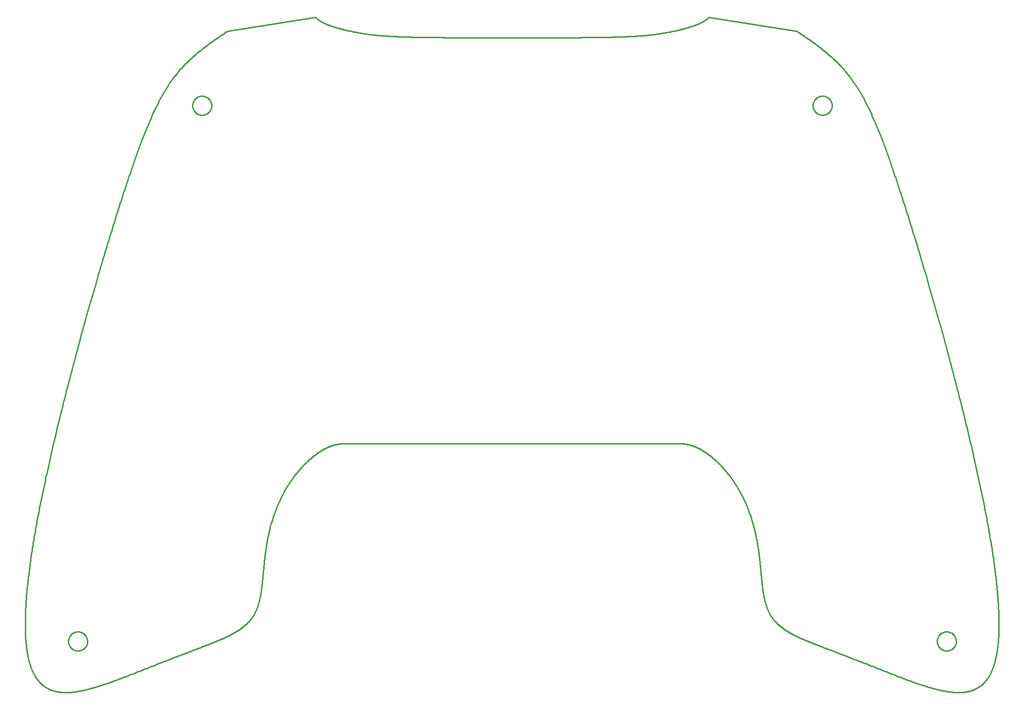
<source format=gko>
G04*
G04 #@! TF.GenerationSoftware,Altium Limited,Altium Designer,21.1.1 (26)*
G04*
G04 Layer_Color=16711935*
%FSLAX25Y25*%
%MOIN*%
G70*
G04*
G04 #@! TF.SameCoordinates,E5C8E51D-CC19-474A-A973-919B29290584*
G04*
G04*
G04 #@! TF.FilePolarity,Positive*
G04*
G01*
G75*
%ADD13C,0.01000*%
D13*
X-216535Y229528D02*
X-215583Y229596D01*
X-214650Y229799D01*
X-213755Y230132D01*
X-212917Y230590D01*
X-212153Y231162D01*
X-211477Y231838D01*
X-210905Y232602D01*
X-210447Y233440D01*
X-210114Y234335D01*
X-209911Y235268D01*
X-209842Y236221D01*
X-209911Y237173D01*
X-210114Y238106D01*
X-210447Y239001D01*
X-210905Y239839D01*
X-211477Y240603D01*
X-212153Y241279D01*
X-212917Y241851D01*
X-213755Y242309D01*
X-214650Y242642D01*
X-215583Y242845D01*
X-216535Y242913D01*
X-217488Y242845D01*
X-218421Y242642D01*
X-219316Y242309D01*
X-220154Y241851D01*
X-220918Y241279D01*
X-221594Y240603D01*
X-222166Y239839D01*
X-222623Y239001D01*
X-222957Y238106D01*
X-223160Y237173D01*
X-223228Y236221D01*
X-223160Y235268D01*
X-222957Y234335D01*
X-222623Y233440D01*
X-222166Y232602D01*
X-221594Y231838D01*
X-220918Y231162D01*
X-220154Y230590D01*
X-219316Y230132D01*
X-218421Y229799D01*
X-217488Y229596D01*
X-216535Y229528D01*
X216535Y242913D02*
X215583Y242845D01*
X214650Y242642D01*
X213755Y242309D01*
X212917Y241851D01*
X212153Y241279D01*
X211477Y240603D01*
X210905Y239839D01*
X210447Y239001D01*
X210114Y238106D01*
X209911Y237173D01*
X209842Y236221D01*
X223228D02*
X223160Y237173D01*
X222957Y238106D01*
X222623Y239001D01*
X222166Y239839D01*
X221594Y240603D01*
X220918Y241279D01*
X220154Y241851D01*
X219316Y242309D01*
X218421Y242642D01*
X217488Y242845D01*
X216535Y242913D01*
Y229528D02*
X217488Y229596D01*
X218421Y229799D01*
X219316Y230132D01*
X220154Y230590D01*
X220918Y231162D01*
X221594Y231838D01*
X222166Y232602D01*
X222623Y233440D01*
X222957Y234335D01*
X223160Y235268D01*
X223228Y236221D01*
X209842D02*
X209911Y235268D01*
X210114Y234335D01*
X210447Y233440D01*
X210905Y232602D01*
X211477Y231838D01*
X212153Y231162D01*
X212917Y230590D01*
X213755Y230132D01*
X214650Y229799D01*
X215583Y229596D01*
X216535Y229528D01*
X303150Y-131102D02*
X302197Y-131170D01*
X301264Y-131374D01*
X300369Y-131707D01*
X299531Y-132165D01*
X298767Y-132737D01*
X298091Y-133412D01*
X297519Y-134177D01*
X297061Y-135015D01*
X296728Y-135910D01*
X296525Y-136843D01*
X296457Y-137795D01*
X309842D02*
X309774Y-136843D01*
X309571Y-135910D01*
X309238Y-135015D01*
X308780Y-134177D01*
X308208Y-133412D01*
X307533Y-132737D01*
X306768Y-132165D01*
X305930Y-131707D01*
X305035Y-131374D01*
X304102Y-131170D01*
X303150Y-131102D01*
Y-144488D02*
X304102Y-144420D01*
X305035Y-144217D01*
X305930Y-143883D01*
X306768Y-143426D01*
X307533Y-142853D01*
X308208Y-142178D01*
X308780Y-141414D01*
X309238Y-140576D01*
X309571Y-139681D01*
X309774Y-138748D01*
X309842Y-137795D01*
X296457D02*
X296525Y-138748D01*
X296728Y-139681D01*
X297061Y-140576D01*
X297519Y-141414D01*
X298091Y-142178D01*
X298767Y-142853D01*
X299531Y-143426D01*
X300369Y-143883D01*
X301264Y-144217D01*
X302197Y-144420D01*
X303150Y-144488D01*
X-303150Y-131102D02*
X-304102Y-131170D01*
X-305035Y-131374D01*
X-305930Y-131707D01*
X-306768Y-132165D01*
X-307533Y-132737D01*
X-308208Y-133412D01*
X-308780Y-134177D01*
X-309238Y-135015D01*
X-309571Y-135910D01*
X-309774Y-136843D01*
X-309842Y-137795D01*
X-296457D02*
X-296525Y-136843D01*
X-296728Y-135910D01*
X-297061Y-135015D01*
X-297519Y-134177D01*
X-298091Y-133412D01*
X-298767Y-132737D01*
X-299531Y-132165D01*
X-300369Y-131707D01*
X-301264Y-131374D01*
X-302197Y-131170D01*
X-303150Y-131102D01*
Y-144488D02*
X-302197Y-144420D01*
X-301264Y-144217D01*
X-300369Y-143883D01*
X-299531Y-143426D01*
X-298767Y-142853D01*
X-298091Y-142178D01*
X-297519Y-141414D01*
X-297061Y-140576D01*
X-296728Y-139681D01*
X-296525Y-138748D01*
X-296457Y-137795D01*
X-309842D02*
X-309774Y-138748D01*
X-309571Y-139681D01*
X-309238Y-140576D01*
X-308780Y-141414D01*
X-308208Y-142178D01*
X-307533Y-142853D01*
X-306768Y-143426D01*
X-305930Y-143883D01*
X-305035Y-144217D01*
X-304102Y-144420D01*
X-303150Y-144488D01*
X-333302Y-161631D02*
X-333023Y-162107D01*
X-332738Y-162572D01*
X-332448Y-163027D01*
X-332152Y-163472D01*
Y-163472D02*
X-331851Y-163906D01*
Y-163906D02*
X-331543Y-164329D01*
X-331231Y-164743D01*
X-331231D02*
X-330912Y-165146D01*
X-330912D02*
X-330588Y-165538D01*
X-330588D02*
X-330259Y-165921D01*
X-329924Y-166293D01*
X-329924D02*
X-329583Y-166655D01*
Y-166655D02*
X-329237Y-167007D01*
X-328885Y-167348D01*
X-328527Y-167680D01*
Y-167680D02*
X-328165Y-168002D01*
X-328165D02*
X-327423Y-168615D01*
Y-168615D02*
X-326661Y-169188D01*
X-325874Y-169725D01*
X-325874D02*
X-324657Y-170455D01*
X-324657D02*
X-323819Y-170895D01*
Y-170895D02*
X-323393Y-171100D01*
Y-171100D02*
X-322961Y-171297D01*
X-322961D02*
X-322524Y-171484D01*
X-322082Y-171662D01*
Y-171662D02*
X-321635Y-171832D01*
X-321635Y-171832D02*
X-321183Y-171992D01*
X-321183D02*
X-320725Y-172143D01*
X-320264Y-172285D01*
X-320264D02*
X-319796Y-172418D01*
Y-172418D02*
X-319324Y-172543D01*
Y-172543D02*
X-318848Y-172659D01*
Y-172659D02*
X-318366Y-172767D01*
Y-172767D02*
X-317880Y-172866D01*
X-317880D02*
X-317389Y-172957D01*
X-317389D02*
X-316893Y-173039D01*
X-183616Y-123669D02*
X-183105Y-123073D01*
Y-123073D02*
X-182554Y-122393D01*
X-182023Y-121696D01*
X-181515Y-120983D01*
X-181029Y-120254D01*
X-181029Y-120254D02*
X-180616Y-119594D01*
Y-119594D02*
X-180220Y-118922D01*
X-165267Y-46423D02*
X-165610Y-47336D01*
X-165944Y-48253D01*
X-164556Y-44604D02*
X-164916Y-45512D01*
X-165267Y-46423D01*
X-163811Y-42800D02*
X-164188Y-43700D01*
X-164556Y-44604D01*
X-163032Y-41010D02*
X-163426Y-41903D01*
X-163811Y-42800D01*
X-162220Y-39237D02*
X-162630Y-40122D01*
X-163032Y-41010D01*
X-161085Y-36903D02*
X-161470Y-37678D01*
X-161848Y-38456D01*
X-162220Y-39237D01*
X-159895Y-34606D02*
X-160298Y-35368D01*
X-160695Y-36134D01*
X-161085Y-36903D01*
X-158649Y-32351D02*
X-159071Y-33099D01*
X-159486Y-33851D01*
X-159895Y-34606D01*
X-157680Y-30689D02*
X-158169Y-31517D01*
X-158649Y-32351D01*
X-156683Y-29054D02*
X-157186Y-29869D01*
X-157680Y-30689D01*
X-155658Y-27448D02*
X-156175Y-28249D01*
X-156683Y-29054D01*
X-154608Y-25873D02*
X-155137Y-26658D01*
X-155658Y-27448D01*
X-120160Y72D02*
X-120542Y34D01*
X-119779Y103D02*
X-120160Y72D01*
X-119400Y127D02*
X-119779Y103D01*
X-119023Y144D02*
X-119400Y127D01*
X-118273Y158D02*
X-119023Y144D01*
X118698D02*
X117948Y158D01*
X119075Y127D02*
X118698Y144D01*
X119454Y103D02*
X119075Y127D01*
X119834Y72D02*
X119454Y103D01*
X120216Y34D02*
X119834Y72D01*
X155333Y-27448D02*
X154812Y-26658D01*
X154283Y-25873D01*
X156358Y-29054D02*
X155850Y-28249D01*
X155333Y-27448D01*
X157355Y-30689D02*
X156860Y-29869D01*
X156358Y-29054D01*
X158324Y-32351D02*
X157843Y-31517D01*
X157355Y-30689D01*
X159569Y-34606D02*
X159161Y-33851D01*
X158746Y-33099D01*
X158324Y-32351D01*
X160760Y-36903D02*
X160370Y-36134D01*
X159973Y-35368D01*
X159569Y-34606D01*
X161894Y-39237D02*
X161523Y-38456D01*
X161145Y-37678D01*
X160760Y-36903D01*
X162707Y-41010D02*
X162305Y-40122D01*
X161894Y-39237D01*
X163486Y-42800D02*
X163100Y-41903D01*
X162707Y-41010D01*
X164231Y-44604D02*
X163862Y-43700D01*
X163486Y-42800D01*
X164942Y-46423D02*
X164591Y-45512D01*
X164231Y-44604D01*
X165619Y-48253D02*
X165285Y-47336D01*
X164942Y-46423D01*
X179895Y-118922D02*
X180291Y-119594D01*
X180703Y-120254D01*
X181190Y-120983D01*
X181698Y-121696D01*
X182228Y-122393D01*
X182780Y-123073D01*
Y-123073D02*
X183291Y-123669D01*
X316568Y-173039D02*
X317063Y-172957D01*
X317063D02*
X317555Y-172866D01*
X317555D02*
X318041Y-172767D01*
Y-172767D02*
X318523Y-172659D01*
Y-172659D02*
X318999Y-172543D01*
Y-172543D02*
X319471Y-172418D01*
Y-172418D02*
X319938Y-172285D01*
X320400Y-172143D01*
X320857Y-171992D01*
X320857D02*
X321309Y-171832D01*
Y-171832D02*
X321757Y-171662D01*
X321757Y-171662D02*
X322199Y-171484D01*
X322199D02*
X322636Y-171297D01*
X323067Y-171100D01*
X323067Y-171100D02*
X323494Y-170895D01*
Y-170895D02*
X324332Y-170455D01*
X324332Y-170455D02*
X325549Y-169725D01*
X325549D02*
X326336Y-169188D01*
X327098Y-168615D01*
Y-168615D02*
X327839Y-168002D01*
X328202Y-167680D01*
Y-167680D02*
X328559Y-167348D01*
X328559Y-167348D02*
X328911Y-167007D01*
X329257Y-166655D01*
Y-166655D02*
X329598Y-166293D01*
X329598D02*
X329933Y-165921D01*
X330263Y-165538D01*
X330263Y-165538D02*
X330587Y-165146D01*
X330587D02*
X330906Y-164743D01*
X330905D02*
X331218Y-164329D01*
X331525Y-163906D01*
X331525D02*
X331827Y-163472D01*
X332123Y-163027D01*
X332413Y-162572D01*
X332413Y-162572D02*
X332698Y-162107D01*
Y-162107D02*
X332976Y-161631D01*
X333249Y-161145D01*
X333517Y-160648D01*
X235304Y256769D02*
X234786Y257433D01*
X234261Y258093D01*
X233632Y258870D01*
X232994Y259640D01*
X232347Y260403D01*
X231693Y261159D01*
X231031Y261908D01*
X106074Y286962D02*
X107019Y287125D01*
X107962Y287295D01*
X108905Y287470D01*
X109846Y287650D01*
X102993Y286469D02*
X104021Y286626D01*
X105048Y286791D01*
X106074Y286962D01*
X-106399Y286962D02*
X-105373Y286791D01*
X-104346Y286626D01*
X-103318Y286469D01*
X-110172Y287650D02*
X-109230Y287470D01*
X-108288Y287295D01*
X-107344Y287125D01*
X-106399Y286962D01*
X-231356Y261908D02*
X-232018Y261159D01*
X-232673Y260403D01*
X-233319Y259640D01*
X-233957Y258870D01*
X-234587Y258093D01*
X-234587Y258093D02*
X-235111Y257433D01*
X-235629Y256769D01*
X-339960Y-125395D02*
X-339959Y-126382D01*
X-333842Y-160648D02*
X-333575Y-161145D01*
Y-161145D02*
X-333302Y-161631D01*
X-332152Y-163472D02*
X-332152Y-163472D01*
X-331851Y-163906D02*
X-331851D01*
X-331231Y-164743D02*
X-331231Y-164743D01*
X-330912Y-165146D02*
X-330912Y-165146D01*
X-330588Y-165538D02*
X-330588Y-165538D01*
X-329924Y-166293D02*
X-329924D01*
X-329583Y-166655D02*
Y-166655D01*
X-328527Y-167680D02*
Y-167680D01*
X-328165Y-168002D02*
X-328165D01*
X-327423Y-168615D02*
Y-168615D01*
X-325874Y-169725D02*
X-325874Y-169725D01*
X-324657Y-170455D02*
X-324657D01*
X-323819Y-170895D02*
Y-170895D01*
X-323393Y-171100D02*
Y-171100D01*
X-322082Y-171662D02*
Y-171662D01*
X-321635Y-171832D02*
Y-171832D01*
X-321183Y-171992D02*
X-321183D01*
X-320264Y-172285D02*
X-320264D01*
X-319796Y-172418D02*
Y-172418D01*
X-319324Y-172543D02*
Y-172543D01*
X-318848Y-172659D02*
Y-172659D01*
X-318366Y-172767D02*
Y-172767D01*
X-317389Y-172957D02*
X-317389D01*
X-316893Y-173039D02*
X-316392Y-173114D01*
X-315887Y-173180D01*
X-315377Y-173238D01*
X-314863Y-173288D01*
X-314344Y-173330D01*
X-313821Y-173364D01*
X-313293Y-173391D01*
X-312761Y-173410D01*
X-312224Y-173421D01*
X-311684Y-173425D01*
X-311139Y-173422D01*
X-310589Y-173411D01*
X-310036Y-173393D01*
X-309478Y-173368D01*
X-308916Y-173336D01*
X-308350Y-173298D01*
X-307781Y-173252D01*
X-307207Y-173199D01*
X-306629Y-173140D01*
X-306047Y-173075D01*
X-305462Y-173003D01*
X-304873Y-172925D01*
X-304280Y-172840D01*
X-303683Y-172749D01*
X-303083Y-172652D01*
X-302479Y-172550D01*
X-301872Y-172441D01*
X-301261Y-172327D01*
X-300647Y-172207D01*
X-300029Y-172081D01*
X-299409Y-171950D01*
X-298784Y-171814D01*
X-298157Y-171672D01*
X-297526Y-171525D01*
X-296893Y-171373D01*
X-296256Y-171217D01*
X-295616Y-171055D01*
X-294973Y-170888D01*
X-294327Y-170717D01*
X-293679Y-170542D01*
X-293028Y-170361D01*
X-292374Y-170177D01*
X-291717Y-169988D01*
X-291057Y-169795D01*
X-290395Y-169598D01*
X-289731Y-169397D01*
X-289064Y-169192D01*
X-288394Y-168983D01*
X-287723Y-168770D01*
X-287049Y-168554D01*
X-286372Y-168335D01*
X-285694Y-168112D01*
X-285013Y-167886D01*
X-284331Y-167656D01*
X-283646Y-167424D01*
X-282959Y-167188D01*
X-282271Y-166950D01*
X-281580Y-166709D01*
X-280888Y-166465D01*
X-280194Y-166218D01*
X-279499Y-165969D01*
X-278801Y-165717D01*
X-278103Y-165463D01*
X-277402Y-165207D01*
X-276701Y-164949D01*
X-275998Y-164689D01*
X-275293Y-164426D01*
X-274588Y-164162D01*
X-273881Y-163896D01*
X-273173Y-163628D01*
X-272464Y-163358D01*
X-271754Y-163087D01*
X-271043Y-162815D01*
X-270331Y-162541D01*
X-269618Y-162266D01*
X-268905Y-161990D01*
X-268191Y-161712D01*
X-267476Y-161434D01*
X-266760Y-161154D01*
X-266044Y-160874D01*
X-265328Y-160593D01*
X-264611Y-160311D01*
X-263894Y-160028D01*
X-263176Y-159745D01*
X-262459Y-159461D01*
X-261741Y-159177D01*
X-261023Y-158893D01*
X-260305Y-158608D01*
X-259587Y-158323D01*
X-258869Y-158038D01*
X-258151Y-157753D01*
X-257433Y-157467D01*
X-256716Y-157182D01*
X-255998Y-156897D01*
X-255282Y-156612D01*
X-254565Y-156327D01*
X-253850Y-156043D01*
X-253134Y-155759D01*
X-252420Y-155475D01*
X-251706Y-155192D01*
X-250992Y-154909D01*
X-250280Y-154627D01*
X-249568Y-154345D01*
X-248857Y-154064D01*
X-248148Y-153784D01*
X-247439Y-153504D01*
X-246731Y-153225D01*
X-246025Y-152947D01*
X-245319Y-152670D01*
X-244615Y-152393D01*
X-243912Y-152118D01*
X-243211Y-151844D01*
X-242511Y-151570D01*
X-241812Y-151297D01*
X-241115Y-151026D01*
X-238344Y-149951D01*
X-236969Y-149420D01*
X-236285Y-149156D01*
X-235602Y-148894D01*
X-234922Y-148632D01*
X-234243Y-148372D01*
X-233567Y-148113D01*
X-232893Y-147856D01*
X-232221Y-147599D01*
X-231552Y-147344D01*
X-230885Y-147090D01*
X-230220Y-146837D01*
X-229558Y-146586D01*
X-228898Y-146335D01*
X-228241Y-146086D01*
X-227587Y-145838D01*
X-226935Y-145591D01*
X-226286Y-145346D01*
X-225640Y-145101D01*
X-224996Y-144858D01*
X-224356Y-144616D01*
X-223718Y-144375D01*
X-223083Y-144135D01*
X-222452Y-143896D01*
X-221823Y-143659D01*
X-221198Y-143422D01*
X-220576Y-143187D01*
X-219957Y-142952D01*
X-219341Y-142719D01*
X-218729Y-142486D01*
X-218120Y-142255D01*
X-217514Y-142024D01*
X-216912Y-141794D01*
X-216313Y-141565D01*
X-215718Y-141337D01*
X-215126Y-141110D01*
X-214539Y-140883D01*
X-213954Y-140657D01*
X-213373Y-140432D01*
X-212797Y-140208D01*
X-212224Y-139984D01*
X-211654Y-139761D01*
X-211089Y-139538D01*
X-210527Y-139316D01*
X-209970Y-139094D01*
X-209416Y-138873D01*
X-208867Y-138652D01*
X-208321Y-138431D01*
X-207780Y-138211D01*
X-207242Y-137991D01*
X-206709Y-137771D01*
X-206180Y-137551D01*
X-205655Y-137331D01*
X-205134Y-137112D01*
X-204618Y-136892D01*
X-204106Y-136673D01*
X-203598Y-136453D01*
X-203095Y-136233D01*
X-202596Y-136014D01*
X-202101Y-135793D01*
X-201611Y-135573D01*
X-201126Y-135352D01*
X-200644Y-135131D01*
X-200168Y-134910D01*
X-199696Y-134688D01*
X-199228Y-134465D01*
X-198765Y-134242D01*
X-198307Y-134018D01*
X-197853Y-133794D01*
X-197404Y-133569D01*
X-196960Y-133343D01*
X-196520Y-133116D01*
X-196085Y-132889D01*
X-195654Y-132660D01*
X-195229Y-132431D01*
X-194808Y-132200D01*
X-194392Y-131968D01*
X-193981Y-131736D01*
X-193574Y-131501D01*
X-193172Y-131266D01*
X-192775Y-131030D01*
X-192383Y-130792D01*
X-191996Y-130552D01*
X-191613Y-130312D01*
X-191235Y-130069D01*
X-190862Y-129825D01*
X-190494Y-129580D01*
X-190131Y-129333D01*
X-189773Y-129084D01*
X-189419Y-128833D01*
X-189070Y-128581D01*
X-188727Y-128326D01*
X-188388Y-128070D01*
X-188054Y-127812D01*
X-187724Y-127551D01*
X-187400Y-127289D01*
X-187080Y-127025D01*
X-186765Y-126758D01*
X-186455Y-126489D01*
X-186150Y-126218D01*
X-185849Y-125945D01*
X-185554Y-125669D01*
X-185263Y-125391D01*
X-184977Y-125110D01*
X-184695Y-124827D01*
X-184418Y-124541D01*
X-184146Y-124253D01*
X-183879Y-123962D01*
X-183616Y-123669D01*
X-183616Y-123669D01*
X-181029Y-120254D02*
X-181029D01*
X-180220Y-118922D02*
X-180220D01*
X-180028Y-118581D01*
X-179841Y-118237D01*
X-179658Y-117889D01*
X-179478Y-117539D01*
X-179303Y-117185D01*
X-179132Y-116828D01*
X-178964Y-116467D01*
X-178801Y-116103D01*
X-178641Y-115736D01*
X-178485Y-115366D01*
X-178333Y-114992D01*
X-178184Y-114614D01*
X-178039Y-114234D01*
X-177898Y-113850D01*
X-177760Y-113462D01*
X-177626Y-113071D01*
X-177495Y-112677D01*
X-177367Y-112279D01*
X-177242Y-111878D01*
X-177121Y-111473D01*
X-177003Y-111065D01*
X-176888Y-110653D01*
X-176776Y-110238D01*
X-176667Y-109819D01*
X-176560Y-109397D01*
X-176457Y-108972D01*
X-176356Y-108543D01*
X-176259Y-108110D01*
X-176163Y-107674D01*
X-176070Y-107235D01*
X-175980Y-106792D01*
X-175892Y-106346D01*
X-175806Y-105896D01*
X-175723Y-105444D01*
X-175642Y-104987D01*
X-175563Y-104527D01*
X-175486Y-104064D01*
X-175411Y-103598D01*
X-175338Y-103128D01*
X-175266Y-102655D01*
X-175197Y-102179D01*
X-175129Y-101699D01*
X-175062Y-101216D01*
X-174997Y-100730D01*
X-174934Y-100240D01*
X-174872Y-99748D01*
X-174811Y-99252D01*
X-174751Y-98753D01*
X-174693Y-98251D01*
X-174636Y-97745D01*
X-174579Y-97237D01*
X-174523Y-96726D01*
X-174469Y-96211D01*
X-174414Y-95694D01*
X-174361Y-95174D01*
X-174308Y-94650D01*
X-174256Y-94124D01*
X-174204Y-93595D01*
X-174152Y-93063D01*
X-174100Y-92528D01*
X-174049Y-91991D01*
X-173998Y-91450D01*
X-173946Y-90907D01*
X-173895Y-90362D01*
X-173844Y-89813D01*
X-173792Y-89262D01*
X-173740Y-88709D01*
X-173688Y-88153D01*
X-173635Y-87594D01*
X-173581Y-87033D01*
X-173527Y-86470D01*
X-173472Y-85904D01*
X-173417Y-85336D01*
X-173360Y-84766D01*
X-173303Y-84193D01*
X-173245Y-83618D01*
X-173185Y-83041D01*
X-173125Y-82462D01*
X-173063Y-81881D01*
X-173000Y-81298D01*
X-172935Y-80713D01*
X-172869Y-80126D01*
X-172802Y-79537D01*
X-172733Y-78946D01*
X-172662Y-78353D01*
X-172590Y-77759D01*
X-172516Y-77163D01*
X-172440Y-76565D01*
X-172362Y-75966D01*
X-172282Y-75366D01*
X-172199Y-74763D01*
X-172115Y-74160D01*
X-172029Y-73554D01*
X-171940Y-72948D01*
X-171849Y-72340D01*
X-171756Y-71732D01*
X-171660Y-71122D01*
X-171562Y-70510D01*
X-171461Y-69898D01*
X-171357Y-69285D01*
X-171251Y-68671D01*
X-171142Y-68055D01*
X-171030Y-67440D01*
X-170916Y-66823D01*
X-170798Y-66206D01*
X-170678Y-65587D01*
X-170554Y-64969D01*
X-170428Y-64349D01*
X-170298Y-63730D01*
X-170166Y-63109D01*
X-170030Y-62489D01*
X-169891Y-61868D01*
X-169748Y-61247D01*
X-169603Y-60626D01*
X-169454Y-60004D01*
X-169301Y-59383D01*
X-169145Y-58761D01*
X-168986Y-58140D01*
X-168657Y-56897D01*
X-168314Y-55655D01*
X-167956Y-54415D01*
X-167583Y-53177D01*
X-167196Y-51941D01*
X-166794Y-50708D01*
X-166376Y-49478D01*
X-165944Y-48253D01*
Y-48253D02*
Y-48253D01*
X-164556Y-44604D02*
X-164556D01*
X-163811Y-42800D02*
X-163811D01*
X-162220Y-39237D02*
Y-39237D01*
X-159895Y-34606D02*
Y-34606D01*
X-156683Y-29054D02*
Y-29054D01*
X-154608Y-25873D02*
Y-25873D01*
Y-25873D02*
X-153894Y-24841D01*
X-153169Y-23823D01*
X-152434Y-22821D01*
X-151690Y-21835D01*
X-150936Y-20864D01*
X-150174Y-19911D01*
X-149403Y-18974D01*
X-148625Y-18056D01*
X-147839Y-17155D01*
X-147046Y-16273D01*
X-146648Y-15839D01*
X-146247Y-15410D01*
X-145846Y-14986D01*
X-145443Y-14566D01*
X-145038Y-14152D01*
X-144633Y-13742D01*
X-144226Y-13338D01*
X-143818Y-12938D01*
X-143409Y-12544D01*
X-142999Y-12155D01*
X-142587Y-11771D01*
X-142175Y-11393D01*
X-141763Y-11020D01*
X-141349Y-10652D01*
X-140935Y-10290D01*
X-140520Y-9933D01*
X-140104Y-9582D01*
X-139688Y-9236D01*
X-139272Y-8896D01*
X-138855Y-8562D01*
X-138438Y-8233D01*
X-138020Y-7910D01*
X-137602Y-7593D01*
X-137185Y-7282D01*
X-136767Y-6976D01*
X-136349Y-6677D01*
X-135931Y-6383D01*
X-135513Y-6096D01*
X-135095Y-5814D01*
X-134677Y-5539D01*
X-134260Y-5270D01*
X-133843Y-5006D01*
X-133426Y-4750D01*
X-133010Y-4499D01*
X-132594Y-4254D01*
X-132178Y-4016D01*
X-131763Y-3784D01*
X-131349Y-3559D01*
X-130935Y-3340D01*
X-130522Y-3127D01*
X-130110Y-2921D01*
X-129699Y-2721D01*
X-129288Y-2528D01*
X-128879Y-2341D01*
X-128470Y-2161D01*
X-128062Y-1987D01*
X-127655Y-1820D01*
X-127249Y-1660D01*
X-126845Y-1506D01*
X-126441Y-1359D01*
X-126039Y-1219D01*
X-125637Y-1085D01*
X-125237Y-958D01*
X-124839Y-838D01*
X-124441Y-725D01*
X-124045Y-618D01*
X-123650Y-518D01*
X-123257Y-425D01*
X-122864Y-339D01*
X-122474Y-260D01*
X-122084Y-187D01*
X-121696Y-122D01*
X-121310Y-63D01*
X-120925Y-11D01*
X-120542Y34D01*
Y34D01*
X-118273Y158D02*
X117948D01*
X120216Y34D02*
Y34D01*
Y34D02*
X120600Y-11D01*
X120985Y-63D01*
X121371Y-122D01*
X121759Y-187D01*
X122148Y-260D01*
X122539Y-339D01*
X122931Y-425D01*
X123325Y-518D01*
X123720Y-618D01*
X124116Y-725D01*
X124513Y-838D01*
X124912Y-958D01*
X125312Y-1085D01*
X125713Y-1219D01*
X126116Y-1359D01*
X126520Y-1506D01*
X126924Y-1660D01*
X127330Y-1820D01*
X127737Y-1987D01*
X128145Y-2161D01*
X128553Y-2341D01*
X128963Y-2528D01*
X129374Y-2721D01*
X129785Y-2921D01*
X130197Y-3127D01*
X130610Y-3340D01*
X131024Y-3559D01*
X131438Y-3784D01*
X131853Y-4016D01*
X132268Y-4254D01*
X132684Y-4499D01*
X133101Y-4750D01*
X133517Y-5006D01*
X133934Y-5270D01*
X134352Y-5539D01*
X134770Y-5814D01*
X135187Y-6096D01*
X135605Y-6383D01*
X136023Y-6677D01*
X136441Y-6976D01*
X136859Y-7282D01*
X137277Y-7593D01*
X137695Y-7910D01*
X138112Y-8233D01*
X138530Y-8562D01*
X138947Y-8896D01*
X139363Y-9236D01*
X139779Y-9582D01*
X140195Y-9933D01*
X140610Y-10290D01*
X141024Y-10652D01*
X141437Y-11020D01*
X141850Y-11393D01*
X142262Y-11771D01*
X142673Y-12155D01*
X143083Y-12544D01*
X143492Y-12938D01*
X143901Y-13338D01*
X144307Y-13742D01*
X144713Y-14152D01*
X145117Y-14566D01*
X145521Y-14986D01*
X145922Y-15410D01*
X146323Y-15839D01*
X146721Y-16273D01*
X147514Y-17155D01*
X148300Y-18056D01*
X149078Y-18974D01*
X149849Y-19911D01*
X150611Y-20864D01*
X151365Y-21835D01*
X152109Y-22821D01*
X152844Y-23823D01*
X153569Y-24841D01*
X154283Y-25873D01*
Y-25873D01*
X156358Y-29054D02*
Y-29054D01*
X159569Y-34606D02*
Y-34606D01*
X161894Y-39237D02*
Y-39237D01*
X163486Y-42800D02*
X163486D01*
X164231Y-44604D02*
X164231D01*
X165619Y-48253D02*
Y-48253D01*
X166051Y-49478D01*
X166469Y-50708D01*
X166871Y-51941D01*
X167258Y-53177D01*
X167631Y-54415D01*
X167988Y-55655D01*
X168332Y-56897D01*
X168661Y-58140D01*
X168820Y-58761D01*
X168976Y-59383D01*
X169128Y-60004D01*
X169277Y-60626D01*
X169423Y-61247D01*
X169565Y-61868D01*
X169704Y-62489D01*
X169840Y-63109D01*
X169973Y-63730D01*
X170103Y-64349D01*
X170229Y-64969D01*
X170352Y-65587D01*
X170473Y-66206D01*
X170590Y-66823D01*
X170705Y-67440D01*
X170817Y-68055D01*
X170926Y-68671D01*
X171032Y-69285D01*
X171135Y-69898D01*
X171236Y-70510D01*
X171335Y-71122D01*
X171430Y-71732D01*
X171524Y-72340D01*
X171615Y-72948D01*
X171704Y-73554D01*
X171790Y-74160D01*
X171874Y-74763D01*
X171956Y-75366D01*
X172036Y-75966D01*
X172114Y-76565D01*
X172190Y-77163D01*
X172265Y-77759D01*
X172337Y-78353D01*
X172408Y-78946D01*
X172477Y-79537D01*
X172544Y-80126D01*
X172610Y-80713D01*
X172675Y-81298D01*
X172738Y-81881D01*
X172800Y-82462D01*
X172860Y-83041D01*
X172919Y-83618D01*
X172978Y-84193D01*
X173035Y-84766D01*
X173091Y-85336D01*
X173147Y-85904D01*
X173202Y-86470D01*
X173256Y-87033D01*
X173309Y-87594D01*
X173362Y-88153D01*
X173415Y-88709D01*
X173467Y-89262D01*
X173518Y-89813D01*
X173570Y-90362D01*
X173621Y-90907D01*
X173672Y-91450D01*
X173724Y-91991D01*
X173775Y-92528D01*
X173827Y-93063D01*
X173878Y-93595D01*
X173930Y-94124D01*
X173983Y-94650D01*
X174036Y-95174D01*
X174089Y-95694D01*
X174143Y-96211D01*
X174198Y-96726D01*
X174254Y-97237D01*
X174310Y-97745D01*
X174368Y-98251D01*
X174426Y-98753D01*
X174486Y-99252D01*
X174547Y-99748D01*
X174609Y-100240D01*
X174672Y-100730D01*
X174737Y-101216D01*
X174803Y-101699D01*
X174871Y-102179D01*
X174941Y-102655D01*
X175012Y-103128D01*
X175086Y-103598D01*
X175161Y-104064D01*
X175238Y-104527D01*
X175317Y-104987D01*
X175398Y-105444D01*
X175481Y-105896D01*
X175567Y-106346D01*
X175655Y-106792D01*
X175745Y-107235D01*
X175838Y-107674D01*
X175933Y-108110D01*
X176031Y-108543D01*
X176132Y-108972D01*
X176235Y-109397D01*
X176341Y-109819D01*
X176451Y-110238D01*
X176563Y-110653D01*
X176678Y-111065D01*
X176796Y-111473D01*
X176917Y-111878D01*
X177042Y-112279D01*
X177169Y-112677D01*
X177300Y-113071D01*
X177435Y-113462D01*
X177573Y-113850D01*
X177714Y-114234D01*
X177859Y-114614D01*
X178008Y-114992D01*
X178160Y-115366D01*
X178316Y-115736D01*
X178475Y-116103D01*
X178639Y-116467D01*
X178806Y-116828D01*
X178978Y-117185D01*
X179153Y-117539D01*
X179332Y-117889D01*
X179516Y-118237D01*
X179703Y-118581D01*
X179895Y-118922D01*
X179895D01*
X180703Y-120254D02*
X180703D01*
X183291Y-123669D02*
X183291Y-123669D01*
X183554Y-123962D01*
X183821Y-124253D01*
X184093Y-124541D01*
X184370Y-124827D01*
X184651Y-125110D01*
X184938Y-125391D01*
X185228Y-125669D01*
X185524Y-125945D01*
X185825Y-126218D01*
X186130Y-126489D01*
X186440Y-126758D01*
X186755Y-127025D01*
X187074Y-127289D01*
X187399Y-127551D01*
X187728Y-127812D01*
X188062Y-128070D01*
X188401Y-128326D01*
X188745Y-128581D01*
X189094Y-128833D01*
X189447Y-129084D01*
X189806Y-129333D01*
X190169Y-129580D01*
X190537Y-129825D01*
X190910Y-130069D01*
X191288Y-130312D01*
X191670Y-130552D01*
X192058Y-130792D01*
X192450Y-131030D01*
X192847Y-131266D01*
X193249Y-131501D01*
X193655Y-131736D01*
X194067Y-131968D01*
X194483Y-132200D01*
X194904Y-132431D01*
X195329Y-132660D01*
X195760Y-132889D01*
X196195Y-133116D01*
X196634Y-133343D01*
X197079Y-133569D01*
X197528Y-133794D01*
X197982Y-134018D01*
X198440Y-134242D01*
X198903Y-134465D01*
X199371Y-134688D01*
X199843Y-134910D01*
X200319Y-135131D01*
X200800Y-135352D01*
X201286Y-135573D01*
X201776Y-135793D01*
X202271Y-136014D01*
X202770Y-136233D01*
X203273Y-136453D01*
X203781Y-136673D01*
X204293Y-136892D01*
X204809Y-137112D01*
X205330Y-137331D01*
X205855Y-137551D01*
X206384Y-137771D01*
X206917Y-137991D01*
X207454Y-138211D01*
X207996Y-138431D01*
X208541Y-138652D01*
X209091Y-138873D01*
X209645Y-139094D01*
X210202Y-139316D01*
X210764Y-139538D01*
X211329Y-139761D01*
X211898Y-139984D01*
X212471Y-140208D01*
X213048Y-140432D01*
X213629Y-140657D01*
X214213Y-140883D01*
X214801Y-141110D01*
X215393Y-141337D01*
X215988Y-141565D01*
X216587Y-141794D01*
X217189Y-142024D01*
X217794Y-142255D01*
X218404Y-142486D01*
X219016Y-142719D01*
X219632Y-142952D01*
X220251Y-143187D01*
X220873Y-143422D01*
X221498Y-143659D01*
X222127Y-143896D01*
X222758Y-144135D01*
X223393Y-144375D01*
X224030Y-144616D01*
X224671Y-144858D01*
X225314Y-145101D01*
X225961Y-145346D01*
X226610Y-145591D01*
X227261Y-145838D01*
X227916Y-146086D01*
X228573Y-146335D01*
X229233Y-146586D01*
X229895Y-146837D01*
X230559Y-147090D01*
X231226Y-147344D01*
X231896Y-147599D01*
X232568Y-147856D01*
X233242Y-148113D01*
X233918Y-148372D01*
X234596Y-148632D01*
X235277Y-148894D01*
X235960Y-149156D01*
X236644Y-149420D01*
X238019Y-149951D01*
X240790Y-151026D01*
X241487Y-151297D01*
X242186Y-151570D01*
X242886Y-151844D01*
X243587Y-152118D01*
X244290Y-152393D01*
X244994Y-152670D01*
X245699Y-152947D01*
X246406Y-153225D01*
X247114Y-153504D01*
X247822Y-153784D01*
X248532Y-154064D01*
X249243Y-154345D01*
X249955Y-154627D01*
X250667Y-154909D01*
X251380Y-155192D01*
X252094Y-155475D01*
X252809Y-155759D01*
X253524Y-156043D01*
X254240Y-156327D01*
X254957Y-156612D01*
X255673Y-156897D01*
X256390Y-157182D01*
X257108Y-157467D01*
X257825Y-157753D01*
X258543Y-158038D01*
X259261Y-158323D01*
X259979Y-158608D01*
X260698Y-158893D01*
X261416Y-159177D01*
X262133Y-159461D01*
X262851Y-159745D01*
X263569Y-160028D01*
X264286Y-160311D01*
X265003Y-160593D01*
X265719Y-160874D01*
X266435Y-161154D01*
X267151Y-161434D01*
X267865Y-161712D01*
X268580Y-161990D01*
X269293Y-162266D01*
X270006Y-162541D01*
X270718Y-162815D01*
X271429Y-163087D01*
X272139Y-163358D01*
X272848Y-163628D01*
X273556Y-163896D01*
X274262Y-164162D01*
X274968Y-164426D01*
X275672Y-164689D01*
X276376Y-164949D01*
X277077Y-165207D01*
X277777Y-165463D01*
X278476Y-165717D01*
X279173Y-165969D01*
X279869Y-166218D01*
X280563Y-166465D01*
X281255Y-166709D01*
X281945Y-166950D01*
X282634Y-167188D01*
X283321Y-167424D01*
X284005Y-167656D01*
X284688Y-167886D01*
X285369Y-168112D01*
X286047Y-168335D01*
X286723Y-168554D01*
X287398Y-168770D01*
X288069Y-168983D01*
X288739Y-169192D01*
X289406Y-169397D01*
X290070Y-169598D01*
X290732Y-169795D01*
X291392Y-169988D01*
X292048Y-170177D01*
X292702Y-170361D01*
X293354Y-170542D01*
X294002Y-170717D01*
X294648Y-170888D01*
X295291Y-171055D01*
X295931Y-171217D01*
X296567Y-171373D01*
X297201Y-171525D01*
X297832Y-171672D01*
X298459Y-171814D01*
X299083Y-171950D01*
X299704Y-172081D01*
X300322Y-172207D01*
X300936Y-172327D01*
X301547Y-172441D01*
X302154Y-172550D01*
X302758Y-172652D01*
X303358Y-172749D01*
X303955Y-172840D01*
X304548Y-172925D01*
X305137Y-173003D01*
X305722Y-173075D01*
X306304Y-173140D01*
X306881Y-173199D01*
X307455Y-173252D01*
X308025Y-173298D01*
X308591Y-173336D01*
X309153Y-173368D01*
X309710Y-173393D01*
X310264Y-173411D01*
X310813Y-173422D01*
X311358Y-173425D01*
X311899Y-173421D01*
X312436Y-173410D01*
X312968Y-173391D01*
X313496Y-173364D01*
X314019Y-173330D01*
X314538Y-173288D01*
X315052Y-173238D01*
X315562Y-173180D01*
X316067Y-173114D01*
X316568Y-173039D01*
X317063Y-172957D02*
X317063D01*
X318041Y-172767D02*
Y-172767D01*
X318523Y-172659D02*
Y-172659D01*
X318999Y-172543D02*
Y-172543D01*
X319471Y-172418D02*
Y-172418D01*
X319938Y-172285D02*
X319938D01*
X320857Y-171992D02*
X320857D01*
X321309Y-171832D02*
Y-171832D01*
X321757Y-171662D02*
Y-171662D01*
X323067Y-171100D02*
Y-171100D01*
X323494Y-170895D02*
Y-170895D01*
X324332Y-170455D02*
X324332D01*
X325549Y-169725D02*
X325549Y-169725D01*
X327098Y-168615D02*
Y-168615D01*
X327839Y-168002D02*
X327839D01*
X328202Y-167680D02*
Y-167680D01*
X329257Y-166655D02*
Y-166655D01*
X329598Y-166293D02*
X329598D01*
X330263Y-165538D02*
X330263Y-165538D01*
X330587Y-165146D02*
X330587Y-165146D01*
X330905Y-164743D02*
X330906Y-164743D01*
X331525Y-163906D02*
X331525D01*
X331827Y-163472D02*
X331827Y-163472D01*
X333517Y-160648D02*
X333779Y-160140D01*
X334035Y-159622D01*
X334285Y-159094D01*
X334529Y-158555D01*
X334768Y-158005D01*
X335001Y-157444D01*
X335228Y-156873D01*
X335450Y-156292D01*
X335666Y-155699D01*
X335876Y-155096D01*
X336080Y-154483D01*
X336279Y-153858D01*
X336471Y-153223D01*
X336658Y-152578D01*
X336839Y-151921D01*
X337015Y-151255D01*
X337184Y-150577D01*
X337348Y-149889D01*
X337507Y-149190D01*
X337659Y-148481D01*
X337806Y-147761D01*
X337947Y-147030D01*
X338082Y-146289D01*
X338211Y-145537D01*
X338335Y-144775D01*
X338453Y-144002D01*
X338565Y-143219D01*
X338672Y-142425D01*
X338773Y-141621D01*
X338868Y-140806D01*
X338958Y-139981D01*
X339042Y-139146D01*
X339121Y-138300D01*
X339193Y-137444D01*
X339261Y-136578D01*
X339322Y-135702D01*
X339378Y-134815D01*
X339429Y-133918D01*
X339474Y-133011D01*
X339513Y-132094D01*
X339547Y-131167D01*
X339575Y-130229D01*
X339598Y-129282D01*
X339616Y-128325D01*
X339628Y-127358D01*
X339634Y-126381D01*
X339635Y-125395D01*
X339631Y-124399D02*
X339635Y-125395D01*
X339621Y-123392D02*
X339631Y-124399D01*
X339606Y-122377D02*
X339621Y-123392D01*
X339586Y-121351D02*
X339606Y-122377D01*
X339561Y-120317D02*
X339586Y-121351D01*
X339530Y-119272D02*
X339561Y-120317D01*
X339493Y-118218D02*
X339530Y-119272D01*
X339452Y-117155D02*
X339493Y-118218D01*
X339406Y-116083D02*
X339452Y-117155D01*
X339354Y-115001D02*
X339406Y-116083D01*
X339297Y-113910D02*
X339354Y-115001D01*
X339235Y-112810D02*
X339297Y-113910D01*
X339168Y-111701D02*
X339235Y-112810D01*
X339095Y-110582D02*
X339168Y-111701D01*
X339018Y-109455D02*
X339095Y-110582D01*
X338936Y-108319D02*
X339018Y-109455D01*
X338848Y-107174D02*
X338936Y-108319D01*
X338756Y-106020D02*
X338848Y-107174D01*
X338659Y-104858D02*
X338756Y-106020D01*
X338557Y-103687D02*
X338659Y-104858D01*
X338450Y-102507D02*
X338557Y-103687D01*
X338338Y-101319D02*
X338450Y-102507D01*
X338221Y-100122D02*
X338338Y-101319D01*
X338099Y-98917D02*
X338221Y-100122D01*
X337973Y-97704D02*
X338099Y-98917D01*
X337842Y-96482D02*
X337973Y-97704D01*
X337706Y-95253D02*
X337842Y-96482D01*
X337565Y-94015D02*
X337706Y-95253D01*
X337420Y-92769D02*
X337565Y-94015D01*
X337270Y-91515D02*
X337420Y-92769D01*
X337116Y-90254D02*
X337270Y-91515D01*
X336957Y-88984D02*
X337116Y-90254D01*
X336793Y-87707D02*
X336957Y-88984D01*
X336625Y-86422D02*
X336793Y-87707D01*
X336453Y-85130D02*
X336625Y-86422D01*
X336276Y-83831D02*
X336453Y-85130D01*
X336094Y-82524D02*
X336276Y-83831D01*
X335909Y-81209D02*
X336094Y-82524D01*
X335719Y-79887D02*
X335909Y-81209D01*
X335524Y-78559D02*
X335719Y-79887D01*
X335326Y-77223D02*
X335524Y-78559D01*
X335123Y-75880D02*
X335326Y-77223D01*
X334916Y-74530D02*
X335123Y-75880D01*
X334705Y-73174D02*
X334916Y-74530D01*
X334489Y-71811D02*
X334705Y-73174D01*
X334270Y-70441D02*
X334489Y-71811D01*
X334047Y-69065D02*
X334270Y-70441D01*
X333819Y-67682D02*
X334047Y-69065D01*
X333588Y-66293D02*
X333819Y-67682D01*
X333353Y-64897D02*
X333588Y-66293D01*
X333113Y-63495D02*
X333353Y-64897D01*
X332870Y-62088D02*
X333113Y-63495D01*
X332623Y-60674D02*
X332870Y-62088D01*
X332373Y-59254D02*
X332623Y-60674D01*
X332118Y-57829D02*
X332373Y-59254D01*
X331860Y-56397D02*
X332118Y-57829D01*
X331598Y-54961D02*
X331860Y-56397D01*
X331332Y-53518D02*
X331598Y-54961D01*
X331064Y-52070D02*
X331332Y-53518D01*
X330791Y-50617D02*
X331064Y-52070D01*
X330515Y-49159D02*
X330791Y-50617D01*
X330235Y-47695D02*
X330515Y-49159D01*
X329952Y-46226D02*
X330235Y-47695D01*
X329665Y-44752D02*
X329952Y-46226D01*
X329376Y-43274D02*
X329665Y-44752D01*
X329082Y-41790D02*
X329376Y-43274D01*
X328786Y-40302D02*
X329082Y-41790D01*
X328486Y-38810D02*
X328786Y-40302D01*
X328183Y-37312D02*
X328486Y-38810D01*
X327877Y-35811D02*
X328183Y-37312D01*
X327568Y-34305D02*
X327877Y-35811D01*
X327256Y-32795D02*
X327568Y-34305D01*
X326940Y-31281D02*
X327256Y-32795D01*
X326622Y-29763D02*
X326940Y-31281D01*
X326301Y-28240D02*
X326622Y-29763D01*
X325976Y-26715D02*
X326301Y-28240D01*
X325649Y-25185D02*
X325976Y-26715D01*
X325320Y-23652D02*
X325649Y-25185D01*
X324987Y-22115D02*
X325320Y-23652D01*
X324651Y-20575D02*
X324987Y-22115D01*
X324313Y-19031D02*
X324651Y-20575D01*
X323972Y-17485D02*
X324313Y-19031D01*
X323629Y-15935D02*
X323972Y-17485D01*
X323283Y-14382D02*
X323629Y-15935D01*
X322934Y-12827D02*
X323283Y-14382D01*
X322583Y-11269D02*
X322934Y-12827D01*
X322229Y-9708D02*
X322583Y-11269D01*
X321873Y-8144D02*
X322229Y-9708D01*
X321515Y-6578D02*
X321873Y-8144D01*
X321154Y-5009D02*
X321515Y-6578D01*
X320791Y-3438D02*
X321154Y-5009D01*
X320426Y-1865D02*
X320791Y-3438D01*
X320058Y-290D02*
X320426Y-1865D01*
X319689Y1287D02*
X320058Y-290D01*
X319317Y2866D02*
X319689Y1287D01*
X318943Y4446D02*
X319317Y2866D01*
X318567Y6028D02*
X318943Y4446D01*
X318189Y7612D02*
X318567Y6028D01*
X317809Y9198D02*
X318189Y7612D01*
X317427Y10784D02*
X317809Y9198D01*
X317043Y12372D02*
X317427Y10784D01*
X316658Y13961D02*
X317043Y12372D01*
X316270Y15552D02*
X316658Y13961D01*
X315881Y17143D02*
X316270Y15552D01*
X315490Y18734D02*
X315881Y17143D01*
X315098Y20327D02*
X315490Y18734D01*
X314703Y21921D02*
X315098Y20327D01*
X314308Y23514D02*
X314703Y21921D01*
X313910Y25109D02*
X314308Y23514D01*
X313511Y26703D02*
X313910Y25109D01*
X313111Y28298D02*
X313511Y26703D01*
X312709Y29893D02*
X313111Y28298D01*
X312306Y31488D02*
X312709Y29893D01*
X311902Y33083D02*
X312306Y31488D01*
X311496Y34677D02*
X311902Y33083D01*
X311089Y36272D02*
X311496Y34677D01*
X310681Y37865D02*
X311089Y36272D01*
X310271Y39459D02*
X310681Y37865D01*
X309449Y42644D02*
X310271Y39459D01*
X308622Y45826D02*
X309449Y42644D01*
X307791Y49004D02*
X308622Y45826D01*
X306957Y52177D02*
X307791Y49004D01*
X306120Y55344D02*
X306957Y52177D01*
X305279Y58506D02*
X306120Y55344D01*
X304436Y61660D02*
X305279Y58506D01*
X303590Y64806D02*
X304436Y61660D01*
X302742Y67943D02*
X303590Y64806D01*
X301892Y71071D02*
X302742Y67943D01*
X301041Y74189D02*
X301892Y71071D01*
X299762Y78845D02*
X301041Y74189D01*
X298481Y83473D02*
X299762Y78845D01*
X296344Y91120D02*
X298481Y83473D01*
X291230Y109071D02*
X296344Y91120D01*
X289960Y113457D02*
X291230Y109071D01*
X288694Y117798D02*
X289960Y113457D01*
X287853Y120667D02*
X288694Y117798D01*
X287014Y123513D02*
X287853Y120667D01*
X286179Y126338D02*
X287014Y123513D01*
X285346Y129140D02*
X286179Y126338D01*
X284517Y131919D02*
X285346Y129140D01*
X284103Y133299D02*
X284517Y131919D01*
X283691Y134674D02*
X284103Y133299D01*
X283279Y136042D02*
X283691Y134674D01*
X282869Y137405D02*
X283279Y136042D01*
X282459Y138761D02*
X282869Y137405D01*
X282050Y140111D02*
X282459Y138761D01*
X281642Y141455D02*
X282050Y140111D01*
X281235Y142792D02*
X281642Y141455D01*
X280829Y144123D02*
X281235Y142792D01*
X280424Y145447D02*
X280829Y144123D01*
X280021Y146765D02*
X280424Y145447D01*
X279618Y148076D02*
X280021Y146765D01*
X279216Y149380D02*
X279618Y148076D01*
X278816Y150678D02*
X279216Y149380D01*
X278416Y151969D02*
X278816Y150678D01*
X278018Y153253D02*
X278416Y151969D01*
X277621Y154530D02*
X278018Y153253D01*
X277225Y155801D02*
X277621Y154530D01*
X276830Y157064D02*
X277225Y155801D01*
X276436Y158320D02*
X276830Y157064D01*
X276044Y159570D02*
X276436Y158320D01*
X275652Y160812D02*
X276044Y159570D01*
X275262Y162047D02*
X275652Y160812D01*
X274874Y163275D02*
X275262Y162047D01*
X274486Y164495D02*
X274874Y163275D01*
X274100Y165708D02*
X274486Y164495D01*
X273715Y166914D02*
X274100Y165708D01*
X273331Y168113D02*
X273715Y166914D01*
X272948Y169304D02*
X273331Y168113D01*
X272567Y170487D02*
X272948Y169304D01*
X272187Y171663D02*
X272567Y170487D01*
X271809Y172832D02*
X272187Y171663D01*
X271431Y173993D02*
X271809Y172832D01*
X271055Y175147D02*
X271431Y173993D01*
X270681Y176293D02*
X271055Y175147D01*
X270307Y177431D02*
X270681Y176293D01*
X269935Y178561D02*
X270307Y177431D01*
X269565Y179684D02*
X269935Y178561D01*
X269195Y180799D02*
X269565Y179684D01*
X268827Y181907D02*
X269195Y180799D01*
X268461Y183007D02*
X268827Y181907D01*
X268095Y184098D02*
X268461Y183007D01*
X267731Y185182D02*
X268095Y184098D01*
X267369Y186259D02*
X267731Y185182D01*
X267007Y187327D02*
X267369Y186259D01*
X266647Y188387D02*
X267007Y187327D01*
X266289Y189440D02*
X266647Y188387D01*
X265931Y190485D02*
X266289Y189440D01*
X265575Y191522D02*
X265931Y190485D01*
X265220Y192551D02*
X265575Y191522D01*
X264867Y193571D02*
X265220Y192551D01*
X264515Y194585D02*
X264867Y193571D01*
X264164Y195590D02*
X264515Y194585D01*
X263814Y196587D02*
X264164Y195590D01*
X263466Y197576D02*
X263814Y196587D01*
X263119Y198557D02*
X263466Y197576D01*
X262773Y199531D02*
X263119Y198557D01*
X262429Y200496D02*
X262773Y199531D01*
X262086Y201454D02*
X262429Y200496D01*
X261743Y202404D02*
X262086Y201454D01*
X261403Y203345D02*
X261743Y202404D01*
X261063Y204279D02*
X261403Y203345D01*
X260724Y205205D02*
X261063Y204279D01*
X260387Y206123D02*
X260724Y205205D01*
X260051Y207033D02*
X260387Y206123D01*
X259716Y207936D02*
X260051Y207033D01*
X259382Y208830D02*
X259716Y207936D01*
X259049Y209717D02*
X259382Y208830D01*
X258717Y210596D02*
X259049Y209717D01*
X258386Y211467D02*
X258717Y210596D01*
X258057Y212331D02*
X258386Y211467D01*
X257728Y213187D02*
X258057Y212331D01*
X257400Y214035D02*
X257728Y213187D01*
X257073Y214875D02*
X257400Y214035D01*
X256747Y215708D02*
X257073Y214875D01*
X256422Y216533D02*
X256747Y215708D01*
X256098Y217351D02*
X256422Y216533D01*
X255775Y218161D02*
X256098Y217351D01*
X255453Y218964D02*
X255775Y218161D01*
X255131Y219759D02*
X255453Y218964D01*
X254810Y220546D02*
X255131Y219759D01*
X254490Y221327D02*
X254810Y220546D01*
X254171Y222100D02*
X254490Y221327D01*
X253852Y222865D02*
X254171Y222100D01*
X253535Y223624D02*
X253852Y222865D01*
X253217Y224375D02*
X253535Y223624D01*
X252900Y225119D02*
X253217Y224375D01*
X252584Y225856D02*
X252900Y225119D01*
X252269Y226586D02*
X252584Y225856D01*
X251954Y227309D02*
X252269Y226586D01*
X251639Y228025D02*
X251954Y227309D01*
X251325Y228734D02*
X251639Y228025D01*
X251011Y229436D02*
X251325Y228734D01*
X250697Y230131D02*
X251011Y229436D01*
X250384Y230820D02*
X250697Y230131D01*
X250072Y231501D02*
X250384Y230820D01*
X249759Y232176D02*
X250072Y231501D01*
X249447Y232845D02*
X249759Y232176D01*
X249135Y233507D02*
X249447Y232845D01*
X248823Y234163D02*
X249135Y233507D01*
X248511Y234812D02*
X248823Y234163D01*
X248199Y235455D02*
X248511Y234812D01*
X247887Y236091D02*
X248199Y235455D01*
X247575Y236722D02*
X247887Y236091D01*
X247264Y237346D02*
X247575Y236722D01*
X246952Y237964D02*
X247264Y237346D01*
X246640Y238576D02*
X246952Y237964D01*
X246327Y239182D02*
X246640Y238576D01*
X246015Y239782D02*
X246327Y239182D01*
X245702Y240377D02*
X246015Y239782D01*
X245389Y240966D02*
X245702Y240377D01*
X245076Y241549D02*
X245389Y240966D01*
X244762Y242126D02*
X245076Y241549D01*
X244448Y242698D02*
X244762Y242126D01*
X244134Y243264D02*
X244448Y242698D01*
X243819Y243825D02*
X244134Y243264D01*
X243503Y244381D02*
X243819Y243825D01*
X243187Y244932D02*
X243503Y244381D01*
X242870Y245477D02*
X243187Y244932D01*
X242552Y246017D02*
X242870Y245477D01*
X242234Y246552D02*
X242552Y246017D01*
X241915Y247082D02*
X242234Y246552D01*
X241595Y247608D02*
X241915Y247082D01*
X241274Y248129D02*
X241595Y247608D01*
X240953Y248644D02*
X241274Y248129D01*
X240630Y249156D02*
X240953Y248644D01*
X240307Y249662D02*
X240630Y249156D01*
X239982Y250165D02*
X240307Y249662D01*
X239656Y250662D02*
X239982Y250165D01*
X239330Y251156D02*
X239656Y250662D01*
X239002Y251645D02*
X239330Y251156D01*
X238672Y252130D02*
X239002Y251645D01*
X238342Y252611D02*
X238672Y252130D01*
X238010Y253088D02*
X238342Y252611D01*
X237343Y254030D02*
X238010Y253088D01*
X236669Y254958D02*
X237343Y254030D01*
X235990Y255870D02*
X236669Y254958D01*
X235304Y256769D02*
X235990Y255870D01*
X235304Y256769D02*
X235304D01*
X231031Y261908D02*
X231031D01*
X230289Y262727D02*
X231031Y261908D01*
X229538Y263538D02*
X230289Y262727D01*
X228778Y264341D02*
X229538Y263538D01*
X228007Y265136D02*
X228778Y264341D01*
X227618Y265531D02*
X228007Y265136D01*
X227226Y265924D02*
X227618Y265531D01*
X226832Y266316D02*
X227226Y265924D01*
X226435Y266706D02*
X226832Y266316D01*
X226035Y267094D02*
X226435Y266706D01*
X225632Y267482D02*
X226035Y267094D01*
X225227Y267868D02*
X225632Y267482D01*
X224818Y268252D02*
X225227Y267868D01*
X224407Y268636D02*
X224818Y268252D01*
X223993Y269018D02*
X224407Y268636D01*
X223576Y269399D02*
X223993Y269018D01*
X223156Y269780D02*
X223576Y269399D01*
X222733Y270159D02*
X223156Y269780D01*
X222306Y270538D02*
X222733Y270159D01*
X221877Y270916D02*
X222306Y270538D01*
X221445Y271292D02*
X221877Y270916D01*
X221009Y271669D02*
X221445Y271292D01*
X220570Y272045D02*
X221009Y271669D01*
X220128Y272420D02*
X220570Y272045D01*
X219682Y272795D02*
X220128Y272420D01*
X219233Y273169D02*
X219682Y272795D01*
X218781Y273543D02*
X219233Y273169D01*
X218326Y273917D02*
X218781Y273543D01*
X217867Y274290D02*
X218326Y273917D01*
X217404Y274664D02*
X217867Y274290D01*
X216938Y275037D02*
X217404Y274664D01*
X216469Y275410D02*
X216938Y275037D01*
X215996Y275783D02*
X216469Y275410D01*
X215520Y276156D02*
X215996Y275783D01*
X215040Y276530D02*
X215520Y276156D01*
X214556Y276903D02*
X215040Y276530D01*
X214069Y277276D02*
X214556Y276903D01*
X213578Y277650D02*
X214069Y277276D01*
X213083Y278024D02*
X213578Y277650D01*
X212584Y278398D02*
X213083Y278024D01*
X212082Y278773D02*
X212584Y278398D01*
X211577Y279148D02*
X212082Y278773D01*
X211067Y279523D02*
X211577Y279148D01*
X210553Y279899D02*
X211067Y279523D01*
X210036Y280276D02*
X210553Y279899D01*
X209515Y280653D02*
X210036Y280276D01*
X208990Y281030D02*
X209515Y280653D01*
X208461Y281408D02*
X208990Y281030D01*
X207928Y281787D02*
X208461Y281408D01*
X207392Y282167D02*
X207928Y281787D01*
X206851Y282547D02*
X207392Y282167D01*
X206306Y282928D02*
X206851Y282547D01*
X205758Y283309D02*
X206306Y282928D01*
X205205Y283692D02*
X205758Y283309D01*
X204649Y284075D02*
X205205Y283692D01*
X204088Y284459D02*
X204649Y284075D01*
X203524Y284844D02*
X204088Y284459D01*
X202956Y285229D02*
X203524Y284844D01*
X202383Y285616D02*
X202956Y285229D01*
X201806Y286003D02*
X202383Y285616D01*
X201226Y286392D02*
X201806Y286003D01*
X200641Y286781D02*
X201226Y286392D01*
X200053Y287171D02*
X200641Y286781D01*
X199460Y287562D02*
X200053Y287171D01*
X198863Y287954D02*
X199460Y287562D01*
X198263Y288347D02*
X198863Y287954D01*
X136845Y297796D02*
X198263Y288347D01*
X136784Y297725D02*
X136845Y297796D01*
X136752Y297689D02*
X136784Y297725D01*
X136721Y297654D02*
X136752Y297689D01*
X136689Y297619D02*
X136721Y297654D01*
X136657Y297583D02*
X136689Y297619D01*
X136624Y297548D02*
X136657Y297583D01*
X136591Y297513D02*
X136624Y297548D01*
X136558Y297477D02*
X136591Y297513D01*
X136525Y297442D02*
X136558Y297477D01*
X136491Y297407D02*
X136525Y297442D01*
X136457Y297372D02*
X136491Y297407D01*
X136423Y297337D02*
X136457Y297372D01*
X136388Y297302D02*
X136423Y297337D01*
X136353Y297267D02*
X136388Y297302D01*
X136317Y297232D02*
X136353Y297267D01*
X136282Y297197D02*
X136317Y297232D01*
X136246Y297162D02*
X136282Y297197D01*
X136209Y297127D02*
X136246Y297162D01*
X136173Y297092D02*
X136209Y297127D01*
X136136Y297057D02*
X136173Y297092D01*
X136099Y297023D02*
X136136Y297057D01*
X136061Y296988D02*
X136099Y297023D01*
X136023Y296953D02*
X136061Y296988D01*
X135985Y296919D02*
X136023Y296953D01*
X135946Y296884D02*
X135985Y296919D01*
X135907Y296850D02*
X135946Y296884D01*
X135868Y296815D02*
X135907Y296850D01*
X135829Y296781D02*
X135868Y296815D01*
X135789Y296746D02*
X135829Y296781D01*
X135749Y296712D02*
X135789Y296746D01*
X135709Y296678D02*
X135749Y296712D01*
X135668Y296644D02*
X135709Y296678D01*
X135627Y296609D02*
X135668Y296644D01*
X135586Y296575D02*
X135627Y296609D01*
X135544Y296541D02*
X135586Y296575D01*
X135502Y296507D02*
X135544Y296541D01*
X135460Y296473D02*
X135502Y296507D01*
X135417Y296439D02*
X135460Y296473D01*
X135374Y296405D02*
X135417Y296439D01*
X135331Y296371D02*
X135374Y296405D01*
X135288Y296337D02*
X135331Y296371D01*
X135244Y296303D02*
X135288Y296337D01*
X135200Y296269D02*
X135244Y296303D01*
X135155Y296236D02*
X135200Y296269D01*
X135111Y296202D02*
X135155Y296236D01*
X135066Y296168D02*
X135111Y296202D01*
X135021Y296135D02*
X135066Y296168D01*
X134975Y296101D02*
X135021Y296135D01*
X134929Y296068D02*
X134975Y296101D01*
X134883Y296034D02*
X134929Y296068D01*
X134836Y296001D02*
X134883Y296034D01*
X134790Y295967D02*
X134836Y296001D01*
X134742Y295934D02*
X134790Y295967D01*
X134695Y295901D02*
X134742Y295934D01*
X134647Y295867D02*
X134695Y295901D01*
X134599Y295834D02*
X134647Y295867D01*
X134551Y295801D02*
X134599Y295834D01*
X134502Y295768D02*
X134551Y295801D01*
X134453Y295735D02*
X134502Y295768D01*
X134404Y295702D02*
X134453Y295735D01*
X134355Y295669D02*
X134404Y295702D01*
X134305Y295636D02*
X134355Y295669D01*
X134255Y295603D02*
X134305Y295636D01*
X134205Y295570D02*
X134255Y295603D01*
X134154Y295537D02*
X134205Y295570D01*
X134103Y295504D02*
X134154Y295537D01*
X134052Y295471D02*
X134103Y295504D01*
X134000Y295439D02*
X134052Y295471D01*
X133949Y295406D02*
X134000Y295439D01*
X133896Y295373D02*
X133949Y295406D01*
X133844Y295341D02*
X133896Y295373D01*
X133791Y295308D02*
X133844Y295341D01*
X133738Y295276D02*
X133791Y295308D01*
X133685Y295243D02*
X133738Y295276D01*
X133632Y295211D02*
X133685Y295243D01*
X133578Y295178D02*
X133632Y295211D01*
X133524Y295146D02*
X133578Y295178D01*
X133469Y295114D02*
X133524Y295146D01*
X133415Y295081D02*
X133469Y295114D01*
X133360Y295049D02*
X133415Y295081D01*
X133305Y295017D02*
X133360Y295049D01*
X133249Y294985D02*
X133305Y295017D01*
X133193Y294953D02*
X133249Y294985D01*
X133137Y294921D02*
X133193Y294953D01*
X133081Y294889D02*
X133137Y294921D01*
X133024Y294857D02*
X133081Y294889D01*
X132968Y294825D02*
X133024Y294857D01*
X132911Y294793D02*
X132968Y294825D01*
X132853Y294761D02*
X132911Y294793D01*
X132795Y294729D02*
X132853Y294761D01*
X132738Y294698D02*
X132795Y294729D01*
X132679Y294666D02*
X132738Y294698D01*
X132621Y294634D02*
X132679Y294666D01*
X132562Y294603D02*
X132621Y294634D01*
X132503Y294571D02*
X132562Y294603D01*
X132444Y294540D02*
X132503Y294571D01*
X132384Y294508D02*
X132444Y294540D01*
X132325Y294477D02*
X132384Y294508D01*
X132264Y294445D02*
X132325Y294477D01*
X132204Y294414D02*
X132264Y294445D01*
X132143Y294383D02*
X132204Y294414D01*
X132083Y294352D02*
X132143Y294383D01*
X132022Y294320D02*
X132083Y294352D01*
X131960Y294289D02*
X132022Y294320D01*
X131899Y294258D02*
X131960Y294289D01*
X131837Y294227D02*
X131899Y294258D01*
X131775Y294196D02*
X131837Y294227D01*
X131712Y294165D02*
X131775Y294196D01*
X131650Y294134D02*
X131712Y294165D01*
X131587Y294103D02*
X131650Y294134D01*
X131524Y294072D02*
X131587Y294103D01*
X131460Y294041D02*
X131524Y294072D01*
X131397Y294011D02*
X131460Y294041D01*
X131333Y293980D02*
X131397Y294011D01*
X131269Y293949D02*
X131333Y293980D01*
X131204Y293919D02*
X131269Y293949D01*
X131140Y293888D02*
X131204Y293919D01*
X131075Y293858D02*
X131140Y293888D01*
X131010Y293827D02*
X131075Y293858D01*
X130945Y293797D02*
X131010Y293827D01*
X130879Y293766D02*
X130945Y293797D01*
X130813Y293736D02*
X130879Y293766D01*
X130747Y293706D02*
X130813Y293736D01*
X130681Y293675D02*
X130747Y293706D01*
X130615Y293645D02*
X130681Y293675D01*
X130548Y293615D02*
X130615Y293645D01*
X130481Y293585D02*
X130548Y293615D01*
X130414Y293555D02*
X130481Y293585D01*
X130346Y293525D02*
X130414Y293555D01*
X130279Y293495D02*
X130346Y293525D01*
X130211Y293465D02*
X130279Y293495D01*
X130143Y293435D02*
X130211Y293465D01*
X130075Y293405D02*
X130143Y293435D01*
X130006Y293375D02*
X130075Y293405D01*
X129937Y293345D02*
X130006Y293375D01*
X129868Y293316D02*
X129937Y293345D01*
X129799Y293286D02*
X129868Y293316D01*
X129730Y293256D02*
X129799Y293286D01*
X129660Y293227D02*
X129730Y293256D01*
X129590Y293197D02*
X129660Y293227D01*
X129520Y293167D02*
X129590Y293197D01*
X129450Y293138D02*
X129520Y293167D01*
X129379Y293109D02*
X129450Y293138D01*
X129309Y293079D02*
X129379Y293109D01*
X129238Y293050D02*
X129309Y293079D01*
X129167Y293021D02*
X129238Y293050D01*
X129095Y292991D02*
X129167Y293021D01*
X129024Y292962D02*
X129095Y292991D01*
X128952Y292933D02*
X129024Y292962D01*
X128808Y292875D02*
X128952Y292933D01*
X128663Y292817D02*
X128808Y292875D01*
X128517Y292759D02*
X128663Y292817D01*
X128371Y292702D02*
X128517Y292759D01*
X128223Y292644D02*
X128371Y292702D01*
X128075Y292587D02*
X128223Y292644D01*
X127927Y292530D02*
X128075Y292587D01*
X127777Y292473D02*
X127927Y292530D01*
X127627Y292417D02*
X127777Y292473D01*
X127476Y292360D02*
X127627Y292417D01*
X127324Y292304D02*
X127476Y292360D01*
X127171Y292248D02*
X127324Y292304D01*
X127018Y292192D02*
X127171Y292248D01*
X126864Y292136D02*
X127018Y292192D01*
X126710Y292081D02*
X126864Y292136D01*
X126555Y292025D02*
X126710Y292081D01*
X126399Y291970D02*
X126555Y292025D01*
X126242Y291915D02*
X126399Y291970D01*
X126085Y291861D02*
X126242Y291915D01*
X125927Y291806D02*
X126085Y291861D01*
X125769Y291752D02*
X125927Y291806D01*
X125610Y291698D02*
X125769Y291752D01*
X125450Y291644D02*
X125610Y291698D01*
X125290Y291590D02*
X125450Y291644D01*
X125129Y291536D02*
X125290Y291590D01*
X124968Y291483D02*
X125129Y291536D01*
X124806Y291430D02*
X124968Y291483D01*
X124643Y291377D02*
X124806Y291430D01*
X124480Y291324D02*
X124643Y291377D01*
X124316Y291271D02*
X124480Y291324D01*
X124152Y291219D02*
X124316Y291271D01*
X123988Y291167D02*
X124152Y291219D01*
X123822Y291115D02*
X123988Y291167D01*
X123657Y291063D02*
X123822Y291115D01*
X123491Y291011D02*
X123657Y291063D01*
X123324Y290960D02*
X123491Y291011D01*
X123157Y290909D02*
X123324Y290960D01*
X122989Y290858D02*
X123157Y290909D01*
X122821Y290807D02*
X122989Y290858D01*
X122653Y290756D02*
X122821Y290807D01*
X122484Y290706D02*
X122653Y290756D01*
X122315Y290655D02*
X122484Y290706D01*
X122145Y290605D02*
X122315Y290655D01*
X121975Y290556D02*
X122145Y290605D01*
X121805Y290506D02*
X121975Y290556D01*
X121634Y290457D02*
X121805Y290506D01*
X121463Y290407D02*
X121634Y290457D01*
X121291Y290358D02*
X121463Y290407D01*
X121119Y290310D02*
X121291Y290358D01*
X120947Y290261D02*
X121119Y290310D01*
X120774Y290212D02*
X120947Y290261D01*
X120601Y290164D02*
X120774Y290212D01*
X120428Y290116D02*
X120601Y290164D01*
X120254Y290068D02*
X120428Y290116D01*
X120080Y290021D02*
X120254Y290068D01*
X119906Y289973D02*
X120080Y290021D01*
X119731Y289926D02*
X119906Y289973D01*
X119469Y289856D02*
X119731Y289926D01*
X119206Y289786D02*
X119469Y289856D01*
X118942Y289716D02*
X119206Y289786D01*
X118678Y289647D02*
X118942Y289716D01*
X118413Y289579D02*
X118678Y289647D01*
X118148Y289511D02*
X118413Y289579D01*
X117882Y289443D02*
X118148Y289511D01*
X117616Y289376D02*
X117882Y289443D01*
X117349Y289309D02*
X117616Y289376D01*
X117082Y289243D02*
X117349Y289309D01*
X116815Y289177D02*
X117082Y289243D01*
X116457Y289090D02*
X116815Y289177D01*
X116099Y289004D02*
X116457Y289090D01*
X115741Y288919D02*
X116099Y289004D01*
X115382Y288835D02*
X115741Y288919D01*
X114932Y288730D02*
X115382Y288835D01*
X114481Y288627D02*
X114932Y288730D01*
X114030Y288525D02*
X114481Y288627D01*
X113487Y288405D02*
X114030Y288525D01*
X112853Y288267D02*
X113487Y288405D01*
X112126Y288112D02*
X112853Y288267D01*
X111216Y287924D02*
X112126Y288112D01*
X109846Y287650D02*
X111216Y287924D01*
X106074Y286962D02*
X106074D01*
X101667Y286275D02*
X102993Y286469D01*
X100711Y286143D02*
X101667Y286275D01*
X99941Y286040D02*
X100711Y286143D01*
X99262Y285953D02*
X99941Y286040D01*
X98676Y285880D02*
X99262Y285953D01*
X98087Y285808D02*
X98676Y285880D01*
X97592Y285750D02*
X98087Y285808D01*
X97095Y285692D02*
X97592Y285750D01*
X96694Y285647D02*
X97095Y285692D01*
X96292Y285603D02*
X96694Y285647D01*
X95887Y285559D02*
X96292Y285603D01*
X95480Y285516D02*
X95887Y285559D01*
X95071Y285474D02*
X95480Y285516D01*
X94763Y285442D02*
X95071Y285474D01*
X94453Y285411D02*
X94763Y285442D01*
X94141Y285381D02*
X94453Y285411D01*
X93828Y285350D02*
X94141Y285381D01*
X93514Y285321D02*
X93828Y285350D01*
X93198Y285291D02*
X93514Y285321D01*
X92880Y285262D02*
X93198Y285291D01*
X92561Y285233D02*
X92880Y285262D01*
X92239Y285205D02*
X92561Y285233D01*
X91917Y285177D02*
X92239Y285205D01*
X91592Y285149D02*
X91917Y285177D01*
X91266Y285121D02*
X91592Y285149D01*
X90938Y285094D02*
X91266Y285121D01*
X90607Y285068D02*
X90938Y285094D01*
X90386Y285050D02*
X90607Y285068D01*
X90164Y285033D02*
X90386Y285050D01*
X89941Y285015D02*
X90164Y285033D01*
X89717Y284998D02*
X89941Y285015D01*
X89492Y284981D02*
X89717Y284998D01*
X89266Y284964D02*
X89492Y284981D01*
X89040Y284948D02*
X89266Y284964D01*
X88812Y284931D02*
X89040Y284948D01*
X88583Y284915D02*
X88812Y284931D01*
X88354Y284898D02*
X88583Y284915D01*
X88123Y284882D02*
X88354Y284898D01*
X87892Y284866D02*
X88123Y284882D01*
X87659Y284850D02*
X87892Y284866D01*
X87425Y284835D02*
X87659Y284850D01*
X87190Y284819D02*
X87425Y284835D01*
X86954Y284804D02*
X87190Y284819D01*
X86717Y284788D02*
X86954Y284804D01*
X86479Y284773D02*
X86717Y284788D01*
X86240Y284758D02*
X86479Y284773D01*
X86000Y284743D02*
X86240Y284758D01*
X85759Y284729D02*
X86000Y284743D01*
X85516Y284714D02*
X85759Y284729D01*
X85272Y284700D02*
X85516Y284714D01*
X85027Y284685D02*
X85272Y284700D01*
X84781Y284671D02*
X85027Y284685D01*
X84534Y284657D02*
X84781Y284671D01*
X84285Y284643D02*
X84534Y284657D01*
X84035Y284629D02*
X84285Y284643D01*
X83784Y284616D02*
X84035Y284629D01*
X83532Y284602D02*
X83784Y284616D01*
X83279Y284589D02*
X83532Y284602D01*
X83024Y284575D02*
X83279Y284589D01*
X82767Y284562D02*
X83024Y284575D01*
X82510Y284549D02*
X82767Y284562D01*
X82251Y284536D02*
X82510Y284549D01*
X81991Y284524D02*
X82251Y284536D01*
X81729Y284511D02*
X81991Y284524D01*
X81466Y284498D02*
X81729Y284511D01*
X81202Y284486D02*
X81466Y284498D01*
X80936Y284474D02*
X81202Y284486D01*
X80668Y284461D02*
X80936Y284474D01*
X80400Y284450D02*
X80668Y284461D01*
X80130Y284438D02*
X80400Y284450D01*
X79858Y284426D02*
X80130Y284438D01*
X79585Y284414D02*
X79858Y284426D01*
X79310Y284403D02*
X79585Y284414D01*
X79034Y284391D02*
X79310Y284403D01*
X78756Y284380D02*
X79034Y284391D01*
X78477Y284369D02*
X78756Y284380D01*
X78196Y284358D02*
X78477Y284369D01*
X77914Y284347D02*
X78196Y284358D01*
X77630Y284336D02*
X77914Y284347D01*
X77344Y284325D02*
X77630Y284336D01*
X77057Y284314D02*
X77344Y284325D01*
X76768Y284304D02*
X77057Y284314D01*
X76477Y284293D02*
X76768Y284304D01*
X76185Y284283D02*
X76477Y284293D01*
X75891Y284273D02*
X76185Y284283D01*
X75596Y284263D02*
X75891Y284273D01*
X75298Y284253D02*
X75596Y284263D01*
X74999Y284243D02*
X75298Y284253D01*
X74698Y284233D02*
X74999Y284243D01*
X74396Y284223D02*
X74698Y284233D01*
X74091Y284214D02*
X74396Y284223D01*
X73785Y284204D02*
X74091Y284214D01*
X73477Y284195D02*
X73785Y284204D01*
X73168Y284186D02*
X73477Y284195D01*
X72856Y284177D02*
X73168Y284186D01*
X72542Y284168D02*
X72856Y284177D01*
X72227Y284159D02*
X72542Y284168D01*
X71910Y284150D02*
X72227Y284159D01*
X71591Y284141D02*
X71910Y284150D01*
X71269Y284132D02*
X71591Y284141D01*
X70946Y284124D02*
X71269Y284132D01*
X70621Y284115D02*
X70946Y284124D01*
X70294Y284107D02*
X70621Y284115D01*
X70130Y284103D02*
X70294Y284107D01*
X69965Y284099D02*
X70130Y284103D01*
X69800Y284095D02*
X69965Y284099D01*
X69635Y284090D02*
X69800Y284095D01*
X69468Y284086D02*
X69635Y284090D01*
X69302Y284082D02*
X69468Y284086D01*
X69134Y284078D02*
X69302Y284082D01*
X68967Y284074D02*
X69134Y284078D01*
X68799Y284070D02*
X68967Y284074D01*
X68630Y284067D02*
X68799Y284070D01*
X68461Y284063D02*
X68630Y284067D01*
X68291Y284059D02*
X68461Y284063D01*
X68120Y284055D02*
X68291Y284059D01*
X67950Y284051D02*
X68120Y284055D01*
X67778Y284047D02*
X67950Y284051D01*
X67606Y284043D02*
X67778Y284047D01*
X67434Y284040D02*
X67606Y284043D01*
X67261Y284036D02*
X67434Y284040D01*
X67088Y284032D02*
X67261Y284036D01*
X66914Y284029D02*
X67088Y284032D01*
X66739Y284025D02*
X66914Y284029D01*
X66564Y284021D02*
X66739Y284025D01*
X66388Y284017D02*
X66564Y284021D01*
X66212Y284014D02*
X66388Y284017D01*
X66036Y284010D02*
X66212Y284014D01*
X65859Y284007D02*
X66036Y284010D01*
X65681Y284003D02*
X65859Y284007D01*
X65503Y284000D02*
X65681Y284003D01*
X65324Y283996D02*
X65503Y284000D01*
X65144Y283993D02*
X65324Y283996D01*
X64964Y283989D02*
X65144Y283993D01*
X64784Y283986D02*
X64964Y283989D01*
X64603Y283982D02*
X64784Y283986D01*
X64421Y283979D02*
X64603Y283982D01*
X64239Y283976D02*
X64421Y283979D01*
X64056Y283972D02*
X64239Y283976D01*
X63873Y283969D02*
X64056Y283972D01*
X63689Y283965D02*
X63873Y283969D01*
X63505Y283962D02*
X63689Y283965D01*
X63320Y283959D02*
X63505Y283962D01*
X63134Y283956D02*
X63320Y283959D01*
X62948Y283952D02*
X63134Y283956D01*
X62761Y283949D02*
X62948Y283952D01*
X62574Y283946D02*
X62761Y283949D01*
X62386Y283943D02*
X62574Y283946D01*
X62198Y283940D02*
X62386Y283943D01*
X62009Y283937D02*
X62198Y283940D01*
X61819Y283933D02*
X62009Y283937D01*
X61629Y283930D02*
X61819Y283933D01*
X61438Y283927D02*
X61629Y283930D01*
X61247Y283924D02*
X61438Y283927D01*
X61055Y283921D02*
X61247Y283924D01*
X60862Y283918D02*
X61055Y283921D01*
X60669Y283915D02*
X60862Y283918D01*
X60475Y283912D02*
X60669Y283915D01*
X60281Y283909D02*
X60475Y283912D01*
X60086Y283906D02*
X60281Y283909D01*
X59891Y283903D02*
X60086Y283906D01*
X59694Y283900D02*
X59891Y283903D01*
X59498Y283898D02*
X59694Y283900D01*
X59300Y283895D02*
X59498Y283898D01*
X59102Y283892D02*
X59300Y283895D01*
X58904Y283889D02*
X59102Y283892D01*
X58705Y283886D02*
X58904Y283889D01*
X58505Y283884D02*
X58705Y283886D01*
X58304Y283881D02*
X58505Y283884D01*
X58103Y283878D02*
X58304Y283881D01*
X57902Y283875D02*
X58103Y283878D01*
X57700Y283873D02*
X57902Y283875D01*
X57497Y283870D02*
X57700Y283873D01*
X57293Y283867D02*
X57497Y283870D01*
X57089Y283865D02*
X57293Y283867D01*
X56884Y283862D02*
X57089Y283865D01*
X56679Y283859D02*
X56884Y283862D01*
X56473Y283857D02*
X56679Y283859D01*
X56266Y283854D02*
X56473Y283857D01*
X56059Y283852D02*
X56266Y283854D01*
X55851Y283849D02*
X56059Y283852D01*
X55642Y283846D02*
X55851Y283849D01*
X55433Y283844D02*
X55642Y283846D01*
X55223Y283841D02*
X55433Y283844D01*
X55013Y283839D02*
X55223Y283841D01*
X54801Y283837D02*
X55013Y283839D01*
X54590Y283834D02*
X54801Y283837D01*
X54377Y283832D02*
X54590Y283834D01*
X54164Y283829D02*
X54377Y283832D01*
X53950Y283827D02*
X54164Y283829D01*
X53736Y283825D02*
X53950Y283827D01*
X53521Y283822D02*
X53736Y283825D01*
X53305Y283820D02*
X53521Y283822D01*
X53089Y283818D02*
X53305Y283820D01*
X52872Y283815D02*
X53089Y283818D01*
X52654Y283813D02*
X52872Y283815D01*
X52436Y283811D02*
X52654Y283813D01*
X52217Y283808D02*
X52436Y283811D01*
X51997Y283806D02*
X52217Y283808D01*
X51776Y283804D02*
X51997Y283806D01*
X51556Y283802D02*
X51776Y283804D01*
X51334Y283800D02*
X51556Y283802D01*
X51111Y283797D02*
X51334Y283800D01*
X50888Y283795D02*
X51111Y283797D01*
X50665Y283793D02*
X50888Y283795D01*
X50440Y283791D02*
X50665Y283793D01*
X50215Y283789D02*
X50440Y283791D01*
X49989Y283787D02*
X50215Y283789D01*
X49763Y283785D02*
X49989Y283787D01*
X49536Y283783D02*
X49763Y283785D01*
X49308Y283781D02*
X49536Y283783D01*
X49079Y283779D02*
X49308Y283781D01*
X48850Y283777D02*
X49079Y283779D01*
X48620Y283775D02*
X48850Y283777D01*
X48390Y283773D02*
X48620Y283775D01*
X48158Y283771D02*
X48390Y283773D01*
X47926Y283769D02*
X48158Y283771D01*
X47693Y283767D02*
X47926Y283769D01*
X47460Y283765D02*
X47693Y283767D01*
X47226Y283763D02*
X47460Y283765D01*
X46991Y283761D02*
X47226Y283763D01*
X46756Y283759D02*
X46991Y283761D01*
X46520Y283757D02*
X46756Y283759D01*
X46283Y283755D02*
X46520Y283757D01*
X46045Y283754D02*
X46283Y283755D01*
X45807Y283752D02*
X46045Y283754D01*
X45568Y283750D02*
X45807Y283752D01*
X45328Y283748D02*
X45568Y283750D01*
X45087Y283747D02*
X45328Y283748D01*
X44846Y283745D02*
X45087Y283747D01*
X44604Y283743D02*
X44846Y283745D01*
X44361Y283741D02*
X44604Y283743D01*
X44118Y283740D02*
X44361Y283741D01*
X43874Y283738D02*
X44118Y283740D01*
X43629Y283736D02*
X43874Y283738D01*
X43384Y283735D02*
X43629Y283736D01*
X43137Y283733D02*
X43384Y283735D01*
X42890Y283731D02*
X43137Y283733D01*
X42643Y283730D02*
X42890Y283731D01*
X42394Y283728D02*
X42643Y283730D01*
X42145Y283727D02*
X42394Y283728D01*
X41895Y283725D02*
X42145Y283727D01*
X41644Y283723D02*
X41895Y283725D01*
X41393Y283722D02*
X41644Y283723D01*
X41141Y283720D02*
X41393Y283722D01*
X40888Y283719D02*
X41141Y283720D01*
X40634Y283717D02*
X40888Y283719D01*
X40380Y283716D02*
X40634Y283717D01*
X40125Y283714D02*
X40380Y283716D01*
X39869Y283713D02*
X40125Y283714D01*
X39612Y283711D02*
X39869Y283713D01*
X39355Y283710D02*
X39612Y283711D01*
X39097Y283709D02*
X39355Y283710D01*
X38838Y283707D02*
X39097Y283709D01*
X38579Y283706D02*
X38838Y283707D01*
X38318Y283704D02*
X38579Y283706D01*
X38057Y283703D02*
X38318Y283704D01*
X37795Y283701D02*
X38057Y283703D01*
X37533Y283700D02*
X37795Y283701D01*
X37269Y283699D02*
X37533Y283700D01*
X37005Y283698D02*
X37269Y283699D01*
X36740Y283696D02*
X37005Y283698D01*
X36474Y283695D02*
X36740Y283696D01*
X36208Y283694D02*
X36474Y283695D01*
X35941Y283692D02*
X36208Y283694D01*
X35673Y283691D02*
X35941Y283692D01*
X35404Y283690D02*
X35673Y283691D01*
X35135Y283689D02*
X35404Y283690D01*
X34864Y283687D02*
X35135Y283689D01*
X34593Y283686D02*
X34864Y283687D01*
X34321Y283685D02*
X34593Y283686D01*
X34049Y283684D02*
X34321Y283685D01*
X33775Y283683D02*
X34049Y283684D01*
X33501Y283682D02*
X33775Y283683D01*
X33226Y283680D02*
X33501Y283682D01*
X32950Y283679D02*
X33226Y283680D01*
X32674Y283678D02*
X32950Y283679D01*
X32397Y283677D02*
X32674Y283678D01*
X32119Y283676D02*
X32397Y283677D01*
X31840Y283675D02*
X32119Y283676D01*
X31560Y283674D02*
X31840Y283675D01*
X31280Y283673D02*
X31560Y283674D01*
X30999Y283672D02*
X31280Y283673D01*
X30717Y283671D02*
X30999Y283672D01*
X30434Y283670D02*
X30717Y283671D01*
X30150Y283669D02*
X30434Y283670D01*
X29866Y283668D02*
X30150Y283669D01*
X29581Y283667D02*
X29866Y283668D01*
X29295Y283666D02*
X29581Y283667D01*
X29008Y283665D02*
X29295Y283666D01*
X28720Y283664D02*
X29008Y283665D01*
X28432Y283663D02*
X28720Y283664D01*
X28143Y283662D02*
X28432Y283663D01*
X27853Y283661D02*
X28143Y283662D01*
X27562Y283660D02*
X27853Y283661D01*
X27271Y283659D02*
X27562Y283660D01*
X26978Y283658D02*
X27271Y283659D01*
X26685Y283657D02*
X26978Y283658D01*
X26391Y283657D02*
X26685Y283657D01*
X26096Y283656D02*
X26391Y283657D01*
X25801Y283655D02*
X26096Y283656D01*
X25504Y283654D02*
X25801Y283655D01*
X25207Y283653D02*
X25504Y283654D01*
X24909Y283652D02*
X25207Y283653D01*
X24611Y283652D02*
X24909Y283652D01*
X24311Y283651D02*
X24611Y283652D01*
X24010Y283650D02*
X24311Y283651D01*
X23709Y283649D02*
X24010Y283650D01*
X23407Y283649D02*
X23709Y283649D01*
X23104Y283648D02*
X23407Y283649D01*
X22801Y283647D02*
X23104Y283648D01*
X22496Y283646D02*
X22801Y283647D01*
X22191Y283646D02*
X22496Y283646D01*
X21885Y283645D02*
X22191Y283646D01*
X21578Y283644D02*
X21885Y283645D01*
X20961Y283643D02*
X21578Y283644D01*
X20342Y283642D02*
X20961Y283643D01*
X19719Y283641D02*
X20342Y283642D01*
X19092Y283639D02*
X19719Y283641D01*
X18463Y283638D02*
X19092Y283639D01*
X17830Y283637D02*
X18463Y283638D01*
X17194Y283636D02*
X17830Y283637D01*
X16554Y283635D02*
X17194Y283636D01*
X15911Y283634D02*
X16554Y283635D01*
X15265Y283633D02*
X15911Y283634D01*
X14616Y283632D02*
X15265Y283633D01*
X13963Y283631D02*
X14616Y283632D01*
X13307Y283630D02*
X13963Y283631D01*
X12647Y283630D02*
X13307Y283630D01*
X11984Y283629D02*
X12647Y283630D01*
X11318Y283628D02*
X11984Y283629D01*
X10648Y283628D02*
X11318Y283628D01*
X9975Y283627D02*
X10648Y283628D01*
X9299Y283627D02*
X9975Y283627D01*
X8619Y283626D02*
X9299Y283627D01*
X7936Y283626D02*
X8619Y283626D01*
X7250Y283625D02*
X7936Y283626D01*
X6560Y283625D02*
X7250Y283625D01*
X5867Y283624D02*
X6560Y283625D01*
X5170Y283624D02*
X5867Y283624D01*
X4470Y283624D02*
X5170Y283624D01*
X3767Y283623D02*
X4470Y283624D01*
X3060Y283623D02*
X3767Y283623D01*
X2350Y283623D02*
X3060Y283623D01*
X1636Y283623D02*
X2350Y283623D01*
X919Y283623D02*
X1636Y283623D01*
X199Y283623D02*
X919Y283623D01*
X-163Y283623D02*
X199Y283623D01*
X-524D02*
X-163Y283623D01*
X-1244Y283623D02*
X-524Y283623D01*
X-1961Y283623D02*
X-1244Y283623D01*
X-2675Y283623D02*
X-1961Y283623D01*
X-3385Y283623D02*
X-2675Y283623D01*
X-4092Y283623D02*
X-3385Y283623D01*
X-4795Y283624D02*
X-4092Y283623D01*
X-5495Y283624D02*
X-4795Y283624D01*
X-6192Y283624D02*
X-5495Y283624D01*
X-6885Y283625D02*
X-6192Y283624D01*
X-7575Y283625D02*
X-6885Y283625D01*
X-8261Y283626D02*
X-7575Y283625D01*
X-8945Y283626D02*
X-8261Y283626D01*
X-9624Y283627D02*
X-8945Y283626D01*
X-10301Y283627D02*
X-9624Y283627D01*
X-10973Y283628D02*
X-10301Y283627D01*
X-11643Y283628D02*
X-10973Y283628D01*
X-12309Y283629D02*
X-11643Y283628D01*
X-12972Y283630D02*
X-12309Y283629D01*
X-13632Y283630D02*
X-12972Y283630D01*
X-14288Y283631D02*
X-13632Y283630D01*
X-14941Y283632D02*
X-14288Y283631D01*
X-15590Y283633D02*
X-14941Y283632D01*
X-16237Y283634D02*
X-15590Y283633D01*
X-16879Y283635D02*
X-16237Y283634D01*
X-17519Y283636D02*
X-16879Y283635D01*
X-18155Y283637D02*
X-17519Y283636D01*
X-18788Y283638D02*
X-18155Y283637D01*
X-19418Y283639D02*
X-18788Y283638D01*
X-20044Y283641D02*
X-19418Y283639D01*
X-20667Y283642D02*
X-20044Y283641D01*
X-21286Y283643D02*
X-20667Y283642D01*
X-21903Y283644D02*
X-21286Y283643D01*
X-22210Y283645D02*
X-21903Y283644D01*
X-22516Y283646D02*
X-22210Y283645D01*
X-22821Y283646D02*
X-22516Y283646D01*
X-23126Y283647D02*
X-22821Y283646D01*
X-23429Y283648D02*
X-23126Y283647D01*
X-23732Y283649D02*
X-23429Y283648D01*
X-24034Y283649D02*
X-23732Y283649D01*
X-24336Y283650D02*
X-24034Y283649D01*
X-24636Y283651D02*
X-24336Y283650D01*
X-24936Y283652D02*
X-24636Y283651D01*
X-25234Y283652D02*
X-24936Y283652D01*
X-25532Y283653D02*
X-25234Y283652D01*
X-25830Y283654D02*
X-25532Y283653D01*
X-26126Y283655D02*
X-25830Y283654D01*
X-26422Y283656D02*
X-26126Y283655D01*
X-26716Y283657D02*
X-26422Y283656D01*
X-27010Y283657D02*
X-26716Y283657D01*
X-27303Y283658D02*
X-27010Y283657D01*
X-27596Y283659D02*
X-27303Y283658D01*
X-27887Y283660D02*
X-27596Y283659D01*
X-28178Y283661D02*
X-27887Y283660D01*
X-28468Y283662D02*
X-28178Y283661D01*
X-28757Y283663D02*
X-28468Y283662D01*
X-29046Y283664D02*
X-28757Y283663D01*
X-29333Y283665D02*
X-29046Y283664D01*
X-29620Y283666D02*
X-29333Y283665D01*
X-29906Y283667D02*
X-29620Y283666D01*
X-30191Y283668D02*
X-29906Y283667D01*
X-30475Y283669D02*
X-30191Y283668D01*
X-30759Y283670D02*
X-30475Y283669D01*
X-31042Y283671D02*
X-30759Y283670D01*
X-31324Y283672D02*
X-31042Y283671D01*
X-31605Y283673D02*
X-31324Y283672D01*
X-31885Y283674D02*
X-31605Y283673D01*
X-32165Y283675D02*
X-31885Y283674D01*
X-32444Y283676D02*
X-32165Y283675D01*
X-32722Y283677D02*
X-32444Y283676D01*
X-32999Y283678D02*
X-32722Y283677D01*
X-33276Y283679D02*
X-32999Y283678D01*
X-33551Y283680D02*
X-33276Y283679D01*
X-33826Y283682D02*
X-33551Y283680D01*
X-34101Y283683D02*
X-33826Y283682D01*
X-34374Y283684D02*
X-34101Y283683D01*
X-34647Y283685D02*
X-34374Y283684D01*
X-34918Y283686D02*
X-34647Y283685D01*
X-35190Y283687D02*
X-34918Y283686D01*
X-35460Y283689D02*
X-35190Y283687D01*
X-35729Y283690D02*
X-35460Y283689D01*
X-35998Y283691D02*
X-35729Y283690D01*
X-36266Y283692D02*
X-35998Y283691D01*
X-36533Y283694D02*
X-36266Y283692D01*
X-36800Y283695D02*
X-36533Y283694D01*
X-37065Y283696D02*
X-36800Y283695D01*
X-37330Y283698D02*
X-37065Y283696D01*
X-37594Y283699D02*
X-37330Y283698D01*
X-37858Y283700D02*
X-37594Y283699D01*
X-38120Y283701D02*
X-37858Y283700D01*
X-38382Y283703D02*
X-38120Y283701D01*
X-38643Y283704D02*
X-38382Y283703D01*
X-38904Y283706D02*
X-38643Y283704D01*
X-39163Y283707D02*
X-38904Y283706D01*
X-39422Y283709D02*
X-39163Y283707D01*
X-39680Y283710D02*
X-39422Y283709D01*
X-39938Y283711D02*
X-39680Y283710D01*
X-40194Y283713D02*
X-39938Y283711D01*
X-40450Y283714D02*
X-40194Y283713D01*
X-40705Y283716D02*
X-40450Y283714D01*
X-40960Y283717D02*
X-40705Y283716D01*
X-41213Y283719D02*
X-40960Y283717D01*
X-41466Y283720D02*
X-41213Y283719D01*
X-41718Y283722D02*
X-41466Y283720D01*
X-41970Y283723D02*
X-41718Y283722D01*
X-42220Y283725D02*
X-41970Y283723D01*
X-42470Y283727D02*
X-42220Y283725D01*
X-42720Y283728D02*
X-42470Y283727D01*
X-42968Y283730D02*
X-42720Y283728D01*
X-43216Y283731D02*
X-42968Y283730D01*
X-43463Y283733D02*
X-43216Y283731D01*
X-43709Y283735D02*
X-43463Y283733D01*
X-43955Y283736D02*
X-43709Y283735D01*
X-44199Y283738D02*
X-43955Y283736D01*
X-44443Y283740D02*
X-44199Y283738D01*
X-44687Y283741D02*
X-44443Y283740D01*
X-44929Y283743D02*
X-44687Y283741D01*
X-45171Y283745D02*
X-44929Y283743D01*
X-45412Y283747D02*
X-45171Y283745D01*
X-45653Y283748D02*
X-45412Y283747D01*
X-45893Y283750D02*
X-45653Y283748D01*
X-46132Y283752D02*
X-45893Y283750D01*
X-46370Y283754D02*
X-46132Y283752D01*
X-46608Y283755D02*
X-46370Y283754D01*
X-46845Y283757D02*
X-46608Y283755D01*
X-47081Y283759D02*
X-46845Y283757D01*
X-47316Y283761D02*
X-47081Y283759D01*
X-47551Y283763D02*
X-47316Y283761D01*
X-47785Y283765D02*
X-47551Y283763D01*
X-48019Y283767D02*
X-47785Y283765D01*
X-48252Y283769D02*
X-48019Y283767D01*
X-48483Y283771D02*
X-48252Y283769D01*
X-48715Y283773D02*
X-48483Y283771D01*
X-48945Y283775D02*
X-48715Y283773D01*
X-49175Y283777D02*
X-48945Y283775D01*
X-49404Y283779D02*
X-49175Y283777D01*
X-49633Y283781D02*
X-49404Y283779D01*
X-49861Y283783D02*
X-49633Y283781D01*
X-50088Y283785D02*
X-49861Y283783D01*
X-50314Y283787D02*
X-50088Y283785D01*
X-50540Y283789D02*
X-50314Y283787D01*
X-50765Y283791D02*
X-50540Y283789D01*
X-50990Y283793D02*
X-50765Y283791D01*
X-51214Y283795D02*
X-50990Y283793D01*
X-51437Y283797D02*
X-51214Y283795D01*
X-51659Y283800D02*
X-51437Y283797D01*
X-51881Y283802D02*
X-51659Y283800D01*
X-52102Y283804D02*
X-51881Y283802D01*
X-52322Y283806D02*
X-52102Y283804D01*
X-52542Y283808D02*
X-52322Y283806D01*
X-52761Y283811D02*
X-52542Y283808D01*
X-52979Y283813D02*
X-52761Y283811D01*
X-53197Y283815D02*
X-52979Y283813D01*
X-53414Y283818D02*
X-53197Y283815D01*
X-53630Y283820D02*
X-53414Y283818D01*
X-53846Y283822D02*
X-53630Y283820D01*
X-54061Y283825D02*
X-53846Y283822D01*
X-54276Y283827D02*
X-54061Y283825D01*
X-54489Y283829D02*
X-54276Y283827D01*
X-54702Y283832D02*
X-54489Y283829D01*
X-54915Y283834D02*
X-54702Y283832D01*
X-55127Y283837D02*
X-54915Y283834D01*
X-55338Y283839D02*
X-55127Y283837D01*
X-55548Y283841D02*
X-55338Y283839D01*
X-55758Y283844D02*
X-55548Y283841D01*
X-55967Y283846D02*
X-55758Y283844D01*
X-56176Y283849D02*
X-55967Y283846D01*
X-56384Y283852D02*
X-56176Y283849D01*
X-56591Y283854D02*
X-56384Y283852D01*
X-56798Y283857D02*
X-56591Y283854D01*
X-57004Y283859D02*
X-56798Y283857D01*
X-57209Y283862D02*
X-57004Y283859D01*
X-57414Y283865D02*
X-57209Y283862D01*
X-57618Y283867D02*
X-57414Y283865D01*
X-57822Y283870D02*
X-57618Y283867D01*
X-58025Y283873D02*
X-57822Y283870D01*
X-58227Y283875D02*
X-58025Y283873D01*
X-58429Y283878D02*
X-58227Y283875D01*
X-58630Y283881D02*
X-58429Y283878D01*
X-58830Y283884D02*
X-58630Y283881D01*
X-59030Y283886D02*
X-58830Y283884D01*
X-59229Y283889D02*
X-59030Y283886D01*
X-59428Y283892D02*
X-59229Y283889D01*
X-59626Y283895D02*
X-59428Y283892D01*
X-59823Y283898D02*
X-59626Y283895D01*
X-60020Y283900D02*
X-59823Y283898D01*
X-60216Y283903D02*
X-60020Y283900D01*
X-60411Y283906D02*
X-60216Y283903D01*
X-60606Y283909D02*
X-60411Y283906D01*
X-60801Y283912D02*
X-60606Y283909D01*
X-60994Y283915D02*
X-60801Y283912D01*
X-61187Y283918D02*
X-60994Y283915D01*
X-61380Y283921D02*
X-61187Y283918D01*
X-61572Y283924D02*
X-61380Y283921D01*
X-61763Y283927D02*
X-61572Y283924D01*
X-61954Y283930D02*
X-61763Y283927D01*
X-62144Y283933D02*
X-61954Y283930D01*
X-62334Y283937D02*
X-62144Y283933D01*
X-62523Y283940D02*
X-62334Y283937D01*
X-62711Y283943D02*
X-62523Y283940D01*
X-62899Y283946D02*
X-62711Y283943D01*
X-63087Y283949D02*
X-62899Y283946D01*
X-63273Y283952D02*
X-63087Y283949D01*
X-63459Y283956D02*
X-63273Y283952D01*
X-63645Y283959D02*
X-63459Y283956D01*
X-63830Y283962D02*
X-63645Y283959D01*
X-64014Y283965D02*
X-63830Y283962D01*
X-64198Y283969D02*
X-64014Y283965D01*
X-64381Y283972D02*
X-64198Y283969D01*
X-64564Y283976D02*
X-64381Y283972D01*
X-64746Y283979D02*
X-64564Y283976D01*
X-64928Y283982D02*
X-64746Y283979D01*
X-65109Y283986D02*
X-64928Y283982D01*
X-65290Y283989D02*
X-65109Y283986D01*
X-65469Y283993D02*
X-65290Y283989D01*
X-65649Y283996D02*
X-65469Y283993D01*
X-65828Y284000D02*
X-65649Y283996D01*
X-66006Y284003D02*
X-65828Y284000D01*
X-66184Y284007D02*
X-66006Y284003D01*
X-66361Y284010D02*
X-66184Y284007D01*
X-66538Y284014D02*
X-66361Y284010D01*
X-66714Y284017D02*
X-66538Y284014D01*
X-66889Y284021D02*
X-66714Y284017D01*
X-67064Y284025D02*
X-66889Y284021D01*
X-67239Y284029D02*
X-67064Y284025D01*
X-67413Y284032D02*
X-67239Y284029D01*
X-67586Y284036D02*
X-67413Y284032D01*
X-67759Y284040D02*
X-67586Y284036D01*
X-67932Y284043D02*
X-67759Y284040D01*
X-68103Y284047D02*
X-67932Y284043D01*
X-68275Y284051D02*
X-68103Y284047D01*
X-68446Y284055D02*
X-68275Y284051D01*
X-68616Y284059D02*
X-68446Y284055D01*
X-68786Y284063D02*
X-68616Y284059D01*
X-68955Y284067D02*
X-68786Y284063D01*
X-69124Y284070D02*
X-68955Y284067D01*
X-69292Y284074D02*
X-69124Y284070D01*
X-69460Y284078D02*
X-69292Y284074D01*
X-69627Y284082D02*
X-69460Y284078D01*
X-69794Y284086D02*
X-69627Y284082D01*
X-69960Y284090D02*
X-69794Y284086D01*
X-70126Y284095D02*
X-69960Y284090D01*
X-70291Y284099D02*
X-70126Y284095D01*
X-70455Y284103D02*
X-70291Y284099D01*
X-70620Y284107D02*
X-70455Y284103D01*
X-70947Y284115D02*
X-70620Y284107D01*
X-71272Y284124D02*
X-70947Y284115D01*
X-71595Y284132D02*
X-71272Y284124D01*
X-71916Y284141D02*
X-71595Y284132D01*
X-72235Y284150D02*
X-71916Y284141D01*
X-72552Y284159D02*
X-72235Y284150D01*
X-72868Y284168D02*
X-72552Y284159D01*
X-73181Y284177D02*
X-72868Y284168D01*
X-73493Y284186D02*
X-73181Y284177D01*
X-73803Y284195D02*
X-73493Y284186D01*
X-74111Y284204D02*
X-73803Y284195D01*
X-74417Y284214D02*
X-74111Y284204D01*
X-74721Y284223D02*
X-74417Y284214D01*
X-75024Y284233D02*
X-74721Y284223D01*
X-75324Y284243D02*
X-75024Y284233D01*
X-75624Y284253D02*
X-75324Y284243D01*
X-75921Y284263D02*
X-75624Y284253D01*
X-76217Y284273D02*
X-75921Y284263D01*
X-76510Y284283D02*
X-76217Y284273D01*
X-76803Y284293D02*
X-76510Y284283D01*
X-77093Y284304D02*
X-76803Y284293D01*
X-77382Y284314D02*
X-77093Y284304D01*
X-77669Y284325D02*
X-77382Y284314D01*
X-77955Y284336D02*
X-77669Y284325D01*
X-78239Y284347D02*
X-77955Y284336D01*
X-78521Y284358D02*
X-78239Y284347D01*
X-78802Y284369D02*
X-78521Y284358D01*
X-79081Y284380D02*
X-78802Y284369D01*
X-79359Y284391D02*
X-79081Y284380D01*
X-79635Y284403D02*
X-79359Y284391D01*
X-79910Y284414D02*
X-79635Y284403D01*
X-80183Y284426D02*
X-79910Y284414D01*
X-80455Y284438D02*
X-80183Y284426D01*
X-80725Y284450D02*
X-80455Y284438D01*
X-80994Y284461D02*
X-80725Y284450D01*
X-81261Y284474D02*
X-80994Y284461D01*
X-81527Y284486D02*
X-81261Y284474D01*
X-81791Y284498D02*
X-81527Y284486D01*
X-82054Y284511D02*
X-81791Y284498D01*
X-82316Y284524D02*
X-82054Y284511D01*
X-82576Y284536D02*
X-82316Y284524D01*
X-82835Y284549D02*
X-82576Y284536D01*
X-83093Y284562D02*
X-82835Y284549D01*
X-83349Y284575D02*
X-83093Y284562D01*
X-83604Y284589D02*
X-83349Y284575D01*
X-83857Y284602D02*
X-83604Y284589D01*
X-84110Y284616D02*
X-83857Y284602D01*
X-84361Y284629D02*
X-84110Y284616D01*
X-84610Y284643D02*
X-84361Y284629D01*
X-84859Y284657D02*
X-84610Y284643D01*
X-85106Y284671D02*
X-84859Y284657D01*
X-85353Y284685D02*
X-85106Y284671D01*
X-85597Y284700D02*
X-85353Y284685D01*
X-85841Y284714D02*
X-85597Y284700D01*
X-86084Y284729D02*
X-85841Y284714D01*
X-86325Y284743D02*
X-86084Y284729D01*
X-86566Y284758D02*
X-86325Y284743D01*
X-86805Y284773D02*
X-86566Y284758D01*
X-87043Y284788D02*
X-86805Y284773D01*
X-87280Y284804D02*
X-87043Y284788D01*
X-87515Y284819D02*
X-87280Y284804D01*
X-87750Y284835D02*
X-87515Y284819D01*
X-87984Y284850D02*
X-87750Y284835D01*
X-88217Y284866D02*
X-87984Y284850D01*
X-88448Y284882D02*
X-88217Y284866D01*
X-88679Y284898D02*
X-88448Y284882D01*
X-88909Y284915D02*
X-88679Y284898D01*
X-89137Y284931D02*
X-88909Y284915D01*
X-89365Y284948D02*
X-89137Y284931D01*
X-89592Y284964D02*
X-89365Y284948D01*
X-89817Y284981D02*
X-89592Y284964D01*
X-90042Y284998D02*
X-89817Y284981D01*
X-90266Y285015D02*
X-90042Y284998D01*
X-90489Y285033D02*
X-90266Y285015D01*
X-90711Y285050D02*
X-90489Y285033D01*
X-90933Y285068D02*
X-90711Y285050D01*
X-91263Y285094D02*
X-90933Y285068D01*
X-91591Y285121D02*
X-91263Y285094D01*
X-91917Y285149D02*
X-91591Y285121D01*
X-92242Y285177D02*
X-91917Y285149D01*
X-92565Y285205D02*
X-92242Y285177D01*
X-92886Y285233D02*
X-92565Y285205D01*
X-93205Y285262D02*
X-92886Y285233D01*
X-93523Y285291D02*
X-93205Y285262D01*
X-93839Y285321D02*
X-93523Y285291D01*
X-94153Y285350D02*
X-93839Y285321D01*
X-94466Y285381D02*
X-94153Y285350D01*
X-94778Y285411D02*
X-94466Y285381D01*
X-95088Y285442D02*
X-94778Y285411D01*
X-95396Y285474D02*
X-95088Y285442D01*
X-95806Y285516D02*
X-95396Y285474D01*
X-96213Y285559D02*
X-95806Y285516D01*
X-96617Y285603D02*
X-96213Y285559D01*
X-97020Y285647D02*
X-96617Y285603D01*
X-97420Y285692D02*
X-97020Y285647D01*
X-97917Y285750D02*
X-97420Y285692D01*
X-98412Y285808D02*
X-97917Y285750D01*
X-99002Y285880D02*
X-98412Y285808D01*
X-99587Y285953D02*
X-99002Y285880D01*
X-100266Y286040D02*
X-99587Y285953D01*
X-101037Y286143D02*
X-100266Y286040D01*
X-101992Y286275D02*
X-101037Y286143D01*
X-103318Y286469D02*
X-101992Y286275D01*
X-106399Y286962D02*
X-106399D01*
X-111541Y287924D02*
X-110172Y287650D01*
X-112451Y288112D02*
X-111541Y287924D01*
X-113178Y288267D02*
X-112451Y288112D01*
X-113812Y288405D02*
X-113178Y288267D01*
X-114355Y288525D02*
X-113812Y288405D01*
X-114806Y288627D02*
X-114355Y288525D01*
X-115257Y288730D02*
X-114806Y288627D01*
X-115707Y288835D02*
X-115257Y288730D01*
X-116066Y288919D02*
X-115707Y288835D01*
X-116425Y289004D02*
X-116066Y288919D01*
X-116783Y289090D02*
X-116425Y289004D01*
X-117140Y289177D02*
X-116783Y289090D01*
X-117408Y289243D02*
X-117140Y289177D01*
X-117675Y289309D02*
X-117408Y289243D01*
X-117941Y289376D02*
X-117675Y289309D01*
X-118208Y289443D02*
X-117941Y289376D01*
X-118473Y289511D02*
X-118208Y289443D01*
X-118739Y289579D02*
X-118473Y289511D01*
X-119003Y289647D02*
X-118739Y289579D01*
X-119267Y289716D02*
X-119003Y289647D01*
X-119531Y289786D02*
X-119267Y289716D01*
X-119794Y289856D02*
X-119531Y289786D01*
X-120056Y289926D02*
X-119794Y289856D01*
X-120231Y289973D02*
X-120056Y289926D01*
X-120405Y290021D02*
X-120231Y289973D01*
X-120579Y290068D02*
X-120405Y290021D01*
X-120753Y290116D02*
X-120579Y290068D01*
X-120926Y290164D02*
X-120753Y290116D01*
X-121099Y290212D02*
X-120926Y290164D01*
X-121272Y290261D02*
X-121099Y290212D01*
X-121444Y290310D02*
X-121272Y290261D01*
X-121616Y290358D02*
X-121444Y290310D01*
X-121788Y290407D02*
X-121616Y290358D01*
X-121959Y290457D02*
X-121788Y290407D01*
X-122130Y290506D02*
X-121959Y290457D01*
X-122300Y290556D02*
X-122130Y290506D01*
X-122470Y290605D02*
X-122300Y290556D01*
X-122640Y290655D02*
X-122470Y290605D01*
X-122810Y290706D02*
X-122640Y290655D01*
X-122978Y290756D02*
X-122810Y290706D01*
X-123147Y290807D02*
X-122978Y290756D01*
X-123315Y290858D02*
X-123147Y290807D01*
X-123482Y290909D02*
X-123315Y290858D01*
X-123649Y290960D02*
X-123482Y290909D01*
X-123816Y291011D02*
X-123649Y290960D01*
X-123982Y291063D02*
X-123816Y291011D01*
X-124148Y291115D02*
X-123982Y291063D01*
X-124313Y291167D02*
X-124148Y291115D01*
X-124478Y291219D02*
X-124313Y291167D01*
X-124642Y291271D02*
X-124478Y291219D01*
X-124805Y291324D02*
X-124642Y291271D01*
X-124968Y291377D02*
X-124805Y291324D01*
X-125131Y291430D02*
X-124968Y291377D01*
X-125293Y291483D02*
X-125131Y291430D01*
X-125454Y291536D02*
X-125293Y291483D01*
X-125615Y291590D02*
X-125454Y291536D01*
X-125775Y291644D02*
X-125615Y291590D01*
X-125935Y291698D02*
X-125775Y291644D01*
X-126094Y291752D02*
X-125935Y291698D01*
X-126252Y291806D02*
X-126094Y291752D01*
X-126410Y291861D02*
X-126252Y291806D01*
X-126567Y291915D02*
X-126410Y291861D01*
X-126724Y291970D02*
X-126567Y291915D01*
X-126880Y292025D02*
X-126724Y291970D01*
X-127035Y292081D02*
X-126880Y292025D01*
X-127190Y292136D02*
X-127035Y292081D01*
X-127343Y292192D02*
X-127190Y292136D01*
X-127497Y292248D02*
X-127343Y292192D01*
X-127649Y292304D02*
X-127497Y292248D01*
X-127801Y292360D02*
X-127649Y292304D01*
X-127952Y292417D02*
X-127801Y292360D01*
X-128102Y292473D02*
X-127952Y292417D01*
X-128252Y292530D02*
X-128102Y292473D01*
X-128401Y292587D02*
X-128252Y292530D01*
X-128549Y292644D02*
X-128401Y292587D01*
X-128696Y292702D02*
X-128549Y292644D01*
X-128842Y292759D02*
X-128696Y292702D01*
X-128988Y292817D02*
X-128842Y292759D01*
X-129133Y292875D02*
X-128988Y292817D01*
X-129277Y292933D02*
X-129133Y292875D01*
X-129349Y292962D02*
X-129277Y292933D01*
X-129420Y292991D02*
X-129349Y292962D01*
X-129492Y293021D02*
X-129420Y292991D01*
X-129563Y293050D02*
X-129492Y293021D01*
X-129634Y293079D02*
X-129563Y293050D01*
X-129704Y293109D02*
X-129634Y293079D01*
X-129775Y293138D02*
X-129704Y293109D01*
X-129845Y293167D02*
X-129775Y293138D01*
X-129915Y293197D02*
X-129845Y293167D01*
X-129985Y293227D02*
X-129915Y293197D01*
X-130055Y293256D02*
X-129985Y293227D01*
X-130124Y293286D02*
X-130055Y293256D01*
X-130193Y293316D02*
X-130124Y293286D01*
X-130262Y293345D02*
X-130193Y293316D01*
X-130331Y293375D02*
X-130262Y293345D01*
X-130400Y293405D02*
X-130331Y293375D01*
X-130468Y293435D02*
X-130400Y293405D01*
X-130536Y293465D02*
X-130468Y293435D01*
X-130604Y293495D02*
X-130536Y293465D01*
X-130672Y293525D02*
X-130604Y293495D01*
X-130739Y293555D02*
X-130672Y293525D01*
X-130806Y293585D02*
X-130739Y293555D01*
X-130873Y293615D02*
X-130806Y293585D01*
X-130940Y293645D02*
X-130873Y293615D01*
X-131006Y293675D02*
X-130940Y293645D01*
X-131073Y293706D02*
X-131006Y293675D01*
X-131139Y293736D02*
X-131073Y293706D01*
X-131204Y293766D02*
X-131139Y293736D01*
X-131270Y293797D02*
X-131204Y293766D01*
X-131335Y293827D02*
X-131270Y293797D01*
X-131400Y293858D02*
X-131335Y293827D01*
X-131465Y293888D02*
X-131400Y293858D01*
X-131530Y293919D02*
X-131465Y293888D01*
X-131594Y293949D02*
X-131530Y293919D01*
X-131658Y293980D02*
X-131594Y293949D01*
X-131722Y294011D02*
X-131658Y293980D01*
X-131786Y294041D02*
X-131722Y294011D01*
X-131849Y294072D02*
X-131786Y294041D01*
X-131912Y294103D02*
X-131849Y294072D01*
X-131975Y294134D02*
X-131912Y294103D01*
X-132038Y294165D02*
X-131975Y294134D01*
X-132100Y294196D02*
X-132038Y294165D01*
X-132162Y294227D02*
X-132100Y294196D01*
X-132224Y294258D02*
X-132162Y294227D01*
X-132285Y294289D02*
X-132224Y294258D01*
X-132347Y294320D02*
X-132285Y294289D01*
X-132408Y294352D02*
X-132347Y294320D01*
X-132469Y294383D02*
X-132408Y294352D01*
X-132529Y294414D02*
X-132469Y294383D01*
X-132590Y294445D02*
X-132529Y294414D01*
X-132650Y294477D02*
X-132590Y294445D01*
X-132710Y294508D02*
X-132650Y294477D01*
X-132769Y294540D02*
X-132710Y294508D01*
X-132828Y294571D02*
X-132769Y294540D01*
X-132887Y294603D02*
X-132828Y294571D01*
X-132946Y294634D02*
X-132887Y294603D01*
X-133004Y294666D02*
X-132946Y294634D01*
X-133063Y294698D02*
X-133004Y294666D01*
X-133121Y294729D02*
X-133063Y294698D01*
X-133178Y294761D02*
X-133121Y294729D01*
X-133236Y294793D02*
X-133178Y294761D01*
X-133293Y294825D02*
X-133236Y294793D01*
X-133350Y294857D02*
X-133293Y294825D01*
X-133406Y294889D02*
X-133350Y294857D01*
X-133463Y294921D02*
X-133406Y294889D01*
X-133519Y294953D02*
X-133463Y294921D01*
X-133574Y294985D02*
X-133519Y294953D01*
X-133630Y295017D02*
X-133574Y294985D01*
X-133685Y295049D02*
X-133630Y295017D01*
X-133740Y295081D02*
X-133685Y295049D01*
X-133795Y295114D02*
X-133740Y295081D01*
X-133849Y295146D02*
X-133795Y295114D01*
X-133903Y295178D02*
X-133849Y295146D01*
X-133957Y295211D02*
X-133903Y295178D01*
X-134010Y295243D02*
X-133957Y295211D01*
X-134064Y295276D02*
X-134010Y295243D01*
X-134117Y295308D02*
X-134064Y295276D01*
X-134169Y295341D02*
X-134117Y295308D01*
X-134222Y295373D02*
X-134169Y295341D01*
X-134274Y295406D02*
X-134222Y295373D01*
X-134326Y295439D02*
X-134274Y295406D01*
X-134377Y295471D02*
X-134326Y295439D01*
X-134428Y295504D02*
X-134377Y295471D01*
X-134479Y295537D02*
X-134428Y295504D01*
X-134530Y295570D02*
X-134479Y295537D01*
X-134580Y295603D02*
X-134530Y295570D01*
X-134630Y295636D02*
X-134580Y295603D01*
X-134680Y295669D02*
X-134630Y295636D01*
X-134730Y295702D02*
X-134680Y295669D01*
X-134779Y295735D02*
X-134730Y295702D01*
X-134828Y295768D02*
X-134779Y295735D01*
X-134876Y295801D02*
X-134828Y295768D01*
X-134924Y295834D02*
X-134876Y295801D01*
X-134973Y295867D02*
X-134924Y295834D01*
X-135020Y295901D02*
X-134973Y295867D01*
X-135068Y295934D02*
X-135020Y295901D01*
X-135115Y295967D02*
X-135068Y295934D01*
X-135162Y296001D02*
X-135115Y295967D01*
X-135208Y296034D02*
X-135162Y296001D01*
X-135254Y296068D02*
X-135208Y296034D01*
X-135300Y296101D02*
X-135254Y296068D01*
X-135346Y296135D02*
X-135300Y296101D01*
X-135391Y296168D02*
X-135346Y296135D01*
X-135436Y296202D02*
X-135391Y296168D01*
X-135481Y296236D02*
X-135436Y296202D01*
X-135525Y296269D02*
X-135481Y296236D01*
X-135569Y296303D02*
X-135525Y296269D01*
X-135613Y296337D02*
X-135569Y296303D01*
X-135656Y296371D02*
X-135613Y296337D01*
X-135700Y296405D02*
X-135656Y296371D01*
X-135742Y296439D02*
X-135700Y296405D01*
X-135785Y296473D02*
X-135742Y296439D01*
X-135827Y296507D02*
X-135785Y296473D01*
X-135869Y296541D02*
X-135827Y296507D01*
X-135911Y296575D02*
X-135869Y296541D01*
X-135952Y296609D02*
X-135911Y296575D01*
X-135993Y296644D02*
X-135952Y296609D01*
X-136034Y296678D02*
X-135993Y296644D01*
X-136074Y296712D02*
X-136034Y296678D01*
X-136114Y296746D02*
X-136074Y296712D01*
X-136154Y296781D02*
X-136114Y296746D01*
X-136194Y296815D02*
X-136154Y296781D01*
X-136233Y296850D02*
X-136194Y296815D01*
X-136272Y296884D02*
X-136233Y296850D01*
X-136310Y296919D02*
X-136272Y296884D01*
X-136348Y296953D02*
X-136310Y296919D01*
X-136386Y296988D02*
X-136348Y296953D01*
X-136424Y297023D02*
X-136386Y296988D01*
X-136461Y297057D02*
X-136424Y297023D01*
X-136498Y297092D02*
X-136461Y297057D01*
X-136535Y297127D02*
X-136498Y297092D01*
X-136571Y297162D02*
X-136535Y297127D01*
X-136607Y297197D02*
X-136571Y297162D01*
X-136643Y297232D02*
X-136607Y297197D01*
X-136678Y297267D02*
X-136643Y297232D01*
X-136713Y297302D02*
X-136678Y297267D01*
X-136748Y297337D02*
X-136713Y297302D01*
X-136782Y297372D02*
X-136748Y297337D01*
X-136816Y297407D02*
X-136782Y297372D01*
X-136850Y297442D02*
X-136816Y297407D01*
X-136883Y297477D02*
X-136850Y297442D01*
X-136917Y297513D02*
X-136883Y297477D01*
X-136950Y297548D02*
X-136917Y297513D01*
X-136982Y297583D02*
X-136950Y297548D01*
X-137014Y297619D02*
X-136982Y297583D01*
X-137046Y297654D02*
X-137014Y297619D01*
X-137078Y297689D02*
X-137046Y297654D01*
X-137109Y297725D02*
X-137078Y297689D01*
X-137171Y297796D02*
X-137109Y297725D01*
X-198588Y288347D02*
X-137171Y297796D01*
X-199189Y287954D02*
X-198588Y288347D01*
X-199785Y287562D02*
X-199189Y287954D01*
X-200378Y287171D02*
X-199785Y287562D01*
X-200967Y286781D02*
X-200378Y287171D01*
X-201551Y286392D02*
X-200967Y286781D01*
X-202132Y286003D02*
X-201551Y286392D01*
X-202708Y285616D02*
X-202132Y286003D01*
X-203281Y285229D02*
X-202708Y285616D01*
X-203849Y284844D02*
X-203281Y285229D01*
X-204414Y284459D02*
X-203849Y284844D01*
X-204974Y284075D02*
X-204414Y284459D01*
X-205531Y283692D02*
X-204974Y284075D01*
X-206083Y283309D02*
X-205531Y283692D01*
X-206631Y282928D02*
X-206083Y283309D01*
X-207176Y282547D02*
X-206631Y282928D01*
X-207717Y282167D02*
X-207176Y282547D01*
X-208253Y281787D02*
X-207717Y282167D01*
X-208786Y281408D02*
X-208253Y281787D01*
X-209315Y281030D02*
X-208786Y281408D01*
X-209840Y280653D02*
X-209315Y281030D01*
X-210361Y280276D02*
X-209840Y280653D01*
X-210878Y279899D02*
X-210361Y280276D01*
X-211392Y279523D02*
X-210878Y279899D01*
X-211902Y279148D02*
X-211392Y279523D01*
X-212408Y278773D02*
X-211902Y279148D01*
X-212910Y278398D02*
X-212408Y278773D01*
X-213408Y278024D02*
X-212910Y278398D01*
X-213903Y277650D02*
X-213408Y278024D01*
X-214394Y277276D02*
X-213903Y277650D01*
X-214881Y276903D02*
X-214394Y277276D01*
X-215365Y276530D02*
X-214881Y276903D01*
X-215845Y276156D02*
X-215365Y276530D01*
X-216321Y275783D02*
X-215845Y276156D01*
X-216794Y275410D02*
X-216321Y275783D01*
X-217264Y275037D02*
X-216794Y275410D01*
X-217730Y274664D02*
X-217264Y275037D01*
X-218192Y274290D02*
X-217730Y274664D01*
X-218651Y273917D02*
X-218192Y274290D01*
X-219107Y273543D02*
X-218651Y273917D01*
X-219559Y273169D02*
X-219107Y273543D01*
X-220007Y272795D02*
X-219559Y273169D01*
X-220453Y272420D02*
X-220007Y272795D01*
X-220895Y272045D02*
X-220453Y272420D01*
X-221334Y271669D02*
X-220895Y272045D01*
X-221770Y271292D02*
X-221334Y271669D01*
X-222202Y270916D02*
X-221770Y271292D01*
X-222632Y270538D02*
X-222202Y270916D01*
X-223058Y270159D02*
X-222632Y270538D01*
X-223481Y269780D02*
X-223058Y270159D01*
X-223901Y269399D02*
X-223481Y269780D01*
X-224318Y269018D02*
X-223901Y269399D01*
X-224732Y268636D02*
X-224318Y269018D01*
X-225144Y268252D02*
X-224732Y268636D01*
X-225552Y267868D02*
X-225144Y268252D01*
X-225957Y267482D02*
X-225552Y267868D01*
X-226360Y267094D02*
X-225957Y267482D01*
X-226760Y266706D02*
X-226360Y267094D01*
X-227157Y266316D02*
X-226760Y266706D01*
X-227552Y265924D02*
X-227157Y266316D01*
X-227943Y265531D02*
X-227552Y265924D01*
X-228332Y265136D02*
X-227943Y265531D01*
X-229103Y264341D02*
X-228332Y265136D01*
X-229863Y263538D02*
X-229103Y264341D01*
X-230614Y262727D02*
X-229863Y263538D01*
X-231356Y261908D02*
X-230614Y262727D01*
X-231356Y261908D02*
X-231356D01*
X-235629Y256769D02*
X-235629D01*
X-236315Y255870D02*
X-235629Y256769D01*
X-236995Y254958D02*
X-236315Y255870D01*
X-237668Y254030D02*
X-236995Y254958D01*
X-238335Y253088D02*
X-237668Y254030D01*
X-238667Y252611D02*
X-238335Y253088D01*
X-238998Y252130D02*
X-238667Y252611D01*
X-239327Y251645D02*
X-238998Y252130D01*
X-239655Y251156D02*
X-239327Y251645D01*
X-239982Y250662D02*
X-239655Y251156D01*
X-240307Y250165D02*
X-239982Y250662D01*
X-240632Y249662D02*
X-240307Y250165D01*
X-240955Y249156D02*
X-240632Y249662D01*
X-241278Y248644D02*
X-240955Y249156D01*
X-241600Y248129D02*
X-241278Y248644D01*
X-241920Y247608D02*
X-241600Y248129D01*
X-242240Y247082D02*
X-241920Y247608D01*
X-242559Y246552D02*
X-242240Y247082D01*
X-242878Y246017D02*
X-242559Y246552D01*
X-243195Y245477D02*
X-242878Y246017D01*
X-243512Y244932D02*
X-243195Y245477D01*
X-243828Y244381D02*
X-243512Y244932D01*
X-244144Y243825D02*
X-243828Y244381D01*
X-244459Y243264D02*
X-244144Y243825D01*
X-244773Y242698D02*
X-244459Y243264D01*
X-245088Y242126D02*
X-244773Y242698D01*
X-245401Y241549D02*
X-245088Y242126D01*
X-245714Y240966D02*
X-245401Y241549D01*
X-246027Y240377D02*
X-245714Y240966D01*
X-246340Y239782D02*
X-246027Y240377D01*
X-246653Y239182D02*
X-246340Y239782D01*
X-246965Y238576D02*
X-246653Y239182D01*
X-247277Y237964D02*
X-246965Y238576D01*
X-247589Y237346D02*
X-247277Y237964D01*
X-247901Y236722D02*
X-247589Y237346D01*
X-248212Y236091D02*
X-247901Y236722D01*
X-248524Y235455D02*
X-248212Y236091D01*
X-248836Y234812D02*
X-248524Y235455D01*
X-249148Y234163D02*
X-248836Y234812D01*
X-249460Y233507D02*
X-249148Y234163D01*
X-249772Y232845D02*
X-249460Y233507D01*
X-250084Y232176D02*
X-249772Y232845D01*
X-250397Y231501D02*
X-250084Y232176D01*
X-250710Y230820D02*
X-250397Y231501D01*
X-251023Y230131D02*
X-250710Y230820D01*
X-251336Y229436D02*
X-251023Y230131D01*
X-251650Y228734D02*
X-251336Y229436D01*
X-251964Y228025D02*
X-251650Y228734D01*
X-252279Y227309D02*
X-251964Y228025D01*
X-252594Y226586D02*
X-252279Y227309D01*
X-252909Y225856D02*
X-252594Y226586D01*
X-253226Y225119D02*
X-252909Y225856D01*
X-253542Y224375D02*
X-253226Y225119D01*
X-253860Y223624D02*
X-253542Y224375D01*
X-254178Y222865D02*
X-253860Y223624D01*
X-254496Y222100D02*
X-254178Y222865D01*
X-254816Y221327D02*
X-254496Y222100D01*
X-255136Y220546D02*
X-254816Y221327D01*
X-255456Y219759D02*
X-255136Y220546D01*
X-255778Y218964D02*
X-255456Y219759D01*
X-256100Y218161D02*
X-255778Y218964D01*
X-256424Y217351D02*
X-256100Y218161D01*
X-256748Y216533D02*
X-256424Y217351D01*
X-257073Y215708D02*
X-256748Y216533D01*
X-257399Y214875D02*
X-257073Y215708D01*
X-257725Y214035D02*
X-257399Y214875D01*
X-258053Y213187D02*
X-257725Y214035D01*
X-258382Y212331D02*
X-258053Y213187D01*
X-258712Y211467D02*
X-258382Y212331D01*
X-259042Y210596D02*
X-258712Y211467D01*
X-259374Y209717D02*
X-259042Y210596D01*
X-259707Y208830D02*
X-259374Y209717D01*
X-260041Y207936D02*
X-259707Y208830D01*
X-260376Y207033D02*
X-260041Y207936D01*
X-260712Y206123D02*
X-260376Y207033D01*
X-261050Y205205D02*
X-260712Y206123D01*
X-261388Y204279D02*
X-261050Y205205D01*
X-261728Y203345D02*
X-261388Y204279D01*
X-262069Y202404D02*
X-261728Y203345D01*
X-262411Y201454D02*
X-262069Y202404D01*
X-262754Y200496D02*
X-262411Y201454D01*
X-263099Y199531D02*
X-262754Y200496D01*
X-263444Y198557D02*
X-263099Y199531D01*
X-263791Y197576D02*
X-263444Y198557D01*
X-264140Y196587D02*
X-263791Y197576D01*
X-264489Y195590D02*
X-264140Y196587D01*
X-264840Y194585D02*
X-264489Y195590D01*
X-265192Y193571D02*
X-264840Y194585D01*
X-265546Y192551D02*
X-265192Y193571D01*
X-265900Y191522D02*
X-265546Y192551D01*
X-266256Y190485D02*
X-265900Y191522D01*
X-266614Y189440D02*
X-266256Y190485D01*
X-266972Y188387D02*
X-266614Y189440D01*
X-267333Y187327D02*
X-266972Y188387D01*
X-267694Y186259D02*
X-267333Y187327D01*
X-268057Y185182D02*
X-267694Y186259D01*
X-268421Y184098D02*
X-268057Y185182D01*
X-268786Y183007D02*
X-268421Y184098D01*
X-269153Y181907D02*
X-268786Y183007D01*
X-269521Y180799D02*
X-269153Y181907D01*
X-269890Y179684D02*
X-269521Y180799D01*
X-270261Y178561D02*
X-269890Y179684D01*
X-270633Y177431D02*
X-270261Y178561D01*
X-271006Y176293D02*
X-270633Y177431D01*
X-271381Y175147D02*
X-271006Y176293D01*
X-271757Y173993D02*
X-271381Y175147D01*
X-272134Y172832D02*
X-271757Y173993D01*
X-272513Y171663D02*
X-272134Y172832D01*
X-272892Y170487D02*
X-272513Y171663D01*
X-273274Y169304D02*
X-272892Y170487D01*
X-273656Y168113D02*
X-273274Y169304D01*
X-274040Y166914D02*
X-273656Y168113D01*
X-274425Y165708D02*
X-274040Y166914D01*
X-274811Y164495D02*
X-274425Y165708D01*
X-275199Y163275D02*
X-274811Y164495D01*
X-275588Y162047D02*
X-275199Y163275D01*
X-275978Y160812D02*
X-275588Y162047D01*
X-276369Y159570D02*
X-275978Y160812D01*
X-276761Y158320D02*
X-276369Y159570D01*
X-277155Y157064D02*
X-276761Y158320D01*
X-277550Y155801D02*
X-277155Y157064D01*
X-277946Y154530D02*
X-277550Y155801D01*
X-278343Y153253D02*
X-277946Y154530D01*
X-278741Y151969D02*
X-278343Y153253D01*
X-279141Y150678D02*
X-278741Y151969D01*
X-279541Y149380D02*
X-279141Y150678D01*
X-279943Y148076D02*
X-279541Y149380D01*
X-280346Y146765D02*
X-279943Y148076D01*
X-280750Y145447D02*
X-280346Y146765D01*
X-281154Y144123D02*
X-280750Y145447D01*
X-281560Y142792D02*
X-281154Y144123D01*
X-281967Y141455D02*
X-281560Y142792D01*
X-282375Y140111D02*
X-281967Y141455D01*
X-282784Y138761D02*
X-282375Y140111D01*
X-283194Y137405D02*
X-282784Y138761D01*
X-283605Y136042D02*
X-283194Y137405D01*
X-284016Y134674D02*
X-283605Y136042D01*
X-284429Y133299D02*
X-284016Y134674D01*
X-284842Y131919D02*
X-284429Y133299D01*
X-285671Y129140D02*
X-284842Y131919D01*
X-286504Y126338D02*
X-285671Y129140D01*
X-287340Y123513D02*
X-286504Y126338D01*
X-288178Y120667D02*
X-287340Y123513D01*
X-289019Y117798D02*
X-288178Y120667D01*
X-290285Y113457D02*
X-289019Y117798D01*
X-291556Y109071D02*
X-290285Y113457D01*
X-296669Y91120D02*
X-291556Y109071D01*
X-298806Y83473D02*
X-296669Y91120D01*
X-300087Y78845D02*
X-298806Y83473D01*
X-301366Y74189D02*
X-300087Y78845D01*
X-302217Y71071D02*
X-301366Y74189D01*
X-303067Y67943D02*
X-302217Y71071D01*
X-303915Y64806D02*
X-303067Y67943D01*
X-304761Y61660D02*
X-303915Y64806D01*
X-305604Y58506D02*
X-304761Y61660D01*
X-306445Y55344D02*
X-305604Y58506D01*
X-307282Y52177D02*
X-306445Y55344D01*
X-308117Y49004D02*
X-307282Y52177D01*
X-308947Y45826D02*
X-308117Y49004D01*
X-309774Y42644D02*
X-308947Y45826D01*
X-310596Y39459D02*
X-309774Y42644D01*
X-311006Y37865D02*
X-310596Y39459D01*
X-311414Y36272D02*
X-311006Y37865D01*
X-311821Y34677D02*
X-311414Y36272D01*
X-312227Y33083D02*
X-311821Y34677D01*
X-312632Y31488D02*
X-312227Y33083D01*
X-313035Y29893D02*
X-312632Y31488D01*
X-313436Y28298D02*
X-313035Y29893D01*
X-313837Y26703D02*
X-313436Y28298D01*
X-314236Y25109D02*
X-313837Y26703D01*
X-314633Y23514D02*
X-314236Y25109D01*
X-315029Y21921D02*
X-314633Y23514D01*
X-315423Y20327D02*
X-315029Y21921D01*
X-315815Y18734D02*
X-315423Y20327D01*
X-316206Y17143D02*
X-315815Y18734D01*
X-316596Y15552D02*
X-316206Y17143D01*
X-316983Y13961D02*
X-316596Y15552D01*
X-317369Y12372D02*
X-316983Y13961D01*
X-317752Y10784D02*
X-317369Y12372D01*
X-318134Y9198D02*
X-317752Y10784D01*
X-318514Y7612D02*
X-318134Y9198D01*
X-318892Y6028D02*
X-318514Y7612D01*
X-319268Y4446D02*
X-318892Y6028D01*
X-319642Y2866D02*
X-319268Y4446D01*
X-320014Y1287D02*
X-319642Y2866D01*
X-320383Y-290D02*
X-320014Y1287D01*
X-320751Y-1865D02*
X-320383Y-290D01*
X-321116Y-3438D02*
X-320751Y-1865D01*
X-321479Y-5009D02*
X-321116Y-3438D01*
X-321840Y-6578D02*
X-321479Y-5009D01*
X-322199Y-8144D02*
X-321840Y-6578D01*
X-322554Y-9708D02*
X-322199Y-8144D01*
X-322908Y-11269D02*
X-322554Y-9708D01*
X-323259Y-12827D02*
X-322908Y-11269D01*
X-323608Y-14382D02*
X-323259Y-12827D01*
X-323954Y-15935D02*
X-323608Y-14382D01*
X-324297Y-17485D02*
X-323954Y-15935D01*
X-324638Y-19031D02*
X-324297Y-17485D01*
X-324976Y-20575D02*
X-324638Y-19031D01*
X-325312Y-22115D02*
X-324976Y-20575D01*
X-325645Y-23652D02*
X-325312Y-22115D01*
X-325975Y-25185D02*
X-325645Y-23652D01*
X-326302Y-26715D02*
X-325975Y-25185D01*
X-326626Y-28240D02*
X-326302Y-26715D01*
X-326947Y-29763D02*
X-326626Y-28240D01*
X-327266Y-31281D02*
X-326947Y-29763D01*
X-327581Y-32795D02*
X-327266Y-31281D01*
X-327893Y-34305D02*
X-327581Y-32795D01*
X-328202Y-35811D02*
X-327893Y-34305D01*
X-328508Y-37312D02*
X-328202Y-35811D01*
X-328811Y-38810D02*
X-328508Y-37312D01*
X-329111Y-40302D02*
X-328811Y-38810D01*
X-329408Y-41790D02*
X-329111Y-40302D01*
X-329701Y-43274D02*
X-329408Y-41790D01*
X-329991Y-44752D02*
X-329701Y-43274D01*
X-330277Y-46226D02*
X-329991Y-44752D01*
X-330560Y-47695D02*
X-330277Y-46226D01*
X-330840Y-49159D02*
X-330560Y-47695D01*
X-331116Y-50617D02*
X-330840Y-49159D01*
X-331389Y-52070D02*
X-331116Y-50617D01*
X-331658Y-53518D02*
X-331389Y-52070D01*
X-331923Y-54961D02*
X-331658Y-53518D01*
X-332185Y-56397D02*
X-331923Y-54961D01*
X-332443Y-57829D02*
X-332185Y-56397D01*
X-332698Y-59254D02*
X-332443Y-57829D01*
X-332948Y-60674D02*
X-332698Y-59254D01*
X-333195Y-62088D02*
X-332948Y-60674D01*
X-333439Y-63495D02*
X-333195Y-62088D01*
X-333678Y-64897D02*
X-333439Y-63495D01*
X-333913Y-66293D02*
X-333678Y-64897D01*
X-334145Y-67682D02*
X-333913Y-66293D01*
X-334372Y-69065D02*
X-334145Y-67682D01*
X-334595Y-70441D02*
X-334372Y-69065D01*
X-334815Y-71811D02*
X-334595Y-70441D01*
X-335030Y-73174D02*
X-334815Y-71811D01*
X-335241Y-74530D02*
X-335030Y-73174D01*
X-335448Y-75880D02*
X-335241Y-74530D01*
X-335651Y-77223D02*
X-335448Y-75880D01*
X-335850Y-78559D02*
X-335651Y-77223D01*
X-336044Y-79887D02*
X-335850Y-78559D01*
X-336234Y-81209D02*
X-336044Y-79887D01*
X-336420Y-82524D02*
X-336234Y-81209D01*
X-336601Y-83831D02*
X-336420Y-82524D01*
X-336778Y-85130D02*
X-336601Y-83831D01*
X-336950Y-86422D02*
X-336778Y-85130D01*
X-337118Y-87707D02*
X-336950Y-86422D01*
X-337282Y-88984D02*
X-337118Y-87707D01*
X-337441Y-90254D02*
X-337282Y-88984D01*
X-337595Y-91515D02*
X-337441Y-90254D01*
X-337745Y-92769D02*
X-337595Y-91515D01*
X-337891Y-94015D02*
X-337745Y-92769D01*
X-338031Y-95253D02*
X-337891Y-94015D01*
X-338167Y-96482D02*
X-338031Y-95253D01*
X-338298Y-97704D02*
X-338167Y-96482D01*
X-338424Y-98917D02*
X-338298Y-97704D01*
X-338546Y-100122D02*
X-338424Y-98917D01*
X-338663Y-101319D02*
X-338546Y-100122D01*
X-338775Y-102507D02*
X-338663Y-101319D01*
X-338882Y-103687D02*
X-338775Y-102507D01*
X-338984Y-104858D02*
X-338882Y-103687D01*
X-339081Y-106020D02*
X-338984Y-104858D01*
X-339174Y-107174D02*
X-339081Y-106020D01*
X-339261Y-108319D02*
X-339174Y-107174D01*
X-339344Y-109455D02*
X-339261Y-108319D01*
X-339421Y-110582D02*
X-339344Y-109455D01*
X-339493Y-111701D02*
X-339421Y-110582D01*
X-339560Y-112810D02*
X-339493Y-111701D01*
X-339622Y-113910D02*
X-339560Y-112810D01*
X-339679Y-115001D02*
X-339622Y-113910D01*
X-339731Y-116083D02*
X-339679Y-115001D01*
X-339777Y-117155D02*
X-339731Y-116083D01*
X-339819Y-118218D02*
X-339777Y-117155D01*
X-339855Y-119272D02*
X-339819Y-118218D01*
X-339886Y-120317D02*
X-339855Y-119272D01*
X-339911Y-121351D02*
X-339886Y-120317D01*
X-339932Y-122377D02*
X-339911Y-121351D01*
X-339947Y-123392D02*
X-339932Y-122377D01*
X-339956Y-124399D02*
X-339947Y-123392D01*
X-339960Y-125395D02*
X-339956Y-124399D01*
X-339959Y-126382D02*
Y-126381D01*
X-339953Y-127358D01*
X-339941Y-128325D01*
X-339923Y-129282D01*
X-339900Y-130229D01*
X-339872Y-131167D01*
X-339838Y-132094D01*
X-339799Y-133011D01*
X-339754Y-133918D01*
X-339703Y-134815D01*
X-339648Y-135702D01*
X-339586Y-136578D01*
X-339519Y-137444D01*
X-339446Y-138300D01*
X-339368Y-139146D01*
X-339283Y-139981D01*
X-339194Y-140806D01*
X-339098Y-141621D01*
X-338997Y-142425D01*
X-338891Y-143219D01*
X-338778Y-144002D01*
X-338660Y-144775D01*
X-338537Y-145537D01*
X-338407Y-146289D01*
X-338272Y-147030D01*
X-338131Y-147761D01*
X-337984Y-148481D01*
X-337832Y-149190D01*
X-337673Y-149889D01*
X-337510Y-150577D01*
X-337340Y-151255D01*
X-337164Y-151921D01*
X-336983Y-152578D01*
X-336796Y-153223D01*
X-336604Y-153858D01*
X-336405Y-154483D01*
X-336201Y-155096D01*
X-335991Y-155699D01*
X-335775Y-156292D01*
X-335554Y-156873D01*
X-335326Y-157444D01*
X-335093Y-158005D01*
X-334855Y-158555D01*
X-334610Y-159094D01*
X-334360Y-159622D01*
X-334104Y-160140D01*
X-333842Y-160648D01*
M02*

</source>
